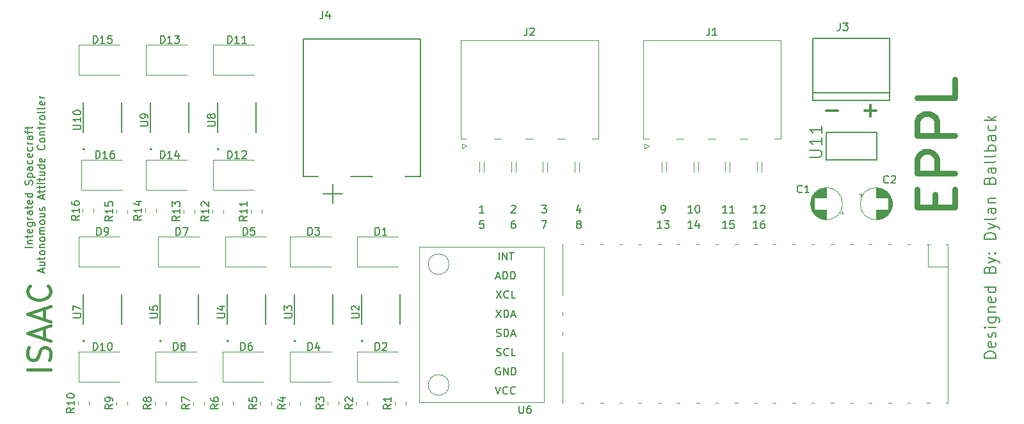
<source format=gbr>
G04 #@! TF.GenerationSoftware,KiCad,Pcbnew,(5.1.10-1-10_14)*
G04 #@! TF.CreationDate,2021-11-10T20:03:13-05:00*
G04 #@! TF.ProjectId,ISAAC_V2,49534141-435f-4563-922e-6b696361645f,rev?*
G04 #@! TF.SameCoordinates,Original*
G04 #@! TF.FileFunction,Legend,Top*
G04 #@! TF.FilePolarity,Positive*
%FSLAX46Y46*%
G04 Gerber Fmt 4.6, Leading zero omitted, Abs format (unit mm)*
G04 Created by KiCad (PCBNEW (5.1.10-1-10_14)) date 2021-11-10 20:03:13*
%MOMM*%
%LPD*%
G01*
G04 APERTURE LIST*
%ADD10C,0.150000*%
%ADD11C,0.300000*%
%ADD12C,0.750000*%
%ADD13C,0.400000*%
%ADD14C,0.120000*%
%ADD15C,0.127000*%
%ADD16C,0.200000*%
%ADD17C,0.152400*%
G04 APERTURE END LIST*
D10*
X206057523Y-98496380D02*
X205486095Y-98496380D01*
X205771809Y-98496380D02*
X205771809Y-97496380D01*
X205676571Y-97639238D01*
X205581333Y-97734476D01*
X205486095Y-97782095D01*
X206914666Y-97496380D02*
X206724190Y-97496380D01*
X206628952Y-97544000D01*
X206581333Y-97591619D01*
X206486095Y-97734476D01*
X206438476Y-97924952D01*
X206438476Y-98305904D01*
X206486095Y-98401142D01*
X206533714Y-98448761D01*
X206628952Y-98496380D01*
X206819428Y-98496380D01*
X206914666Y-98448761D01*
X206962285Y-98401142D01*
X207009904Y-98305904D01*
X207009904Y-98067809D01*
X206962285Y-97972571D01*
X206914666Y-97924952D01*
X206819428Y-97877333D01*
X206628952Y-97877333D01*
X206533714Y-97924952D01*
X206486095Y-97972571D01*
X206438476Y-98067809D01*
X201993523Y-98496380D02*
X201422095Y-98496380D01*
X201707809Y-98496380D02*
X201707809Y-97496380D01*
X201612571Y-97639238D01*
X201517333Y-97734476D01*
X201422095Y-97782095D01*
X202898285Y-97496380D02*
X202422095Y-97496380D01*
X202374476Y-97972571D01*
X202422095Y-97924952D01*
X202517333Y-97877333D01*
X202755428Y-97877333D01*
X202850666Y-97924952D01*
X202898285Y-97972571D01*
X202945904Y-98067809D01*
X202945904Y-98305904D01*
X202898285Y-98401142D01*
X202850666Y-98448761D01*
X202755428Y-98496380D01*
X202517333Y-98496380D01*
X202422095Y-98448761D01*
X202374476Y-98401142D01*
X197421523Y-98496380D02*
X196850095Y-98496380D01*
X197135809Y-98496380D02*
X197135809Y-97496380D01*
X197040571Y-97639238D01*
X196945333Y-97734476D01*
X196850095Y-97782095D01*
X198278666Y-97829714D02*
X198278666Y-98496380D01*
X198040571Y-97448761D02*
X197802476Y-98163047D01*
X198421523Y-98163047D01*
X193357523Y-98496380D02*
X192786095Y-98496380D01*
X193071809Y-98496380D02*
X193071809Y-97496380D01*
X192976571Y-97639238D01*
X192881333Y-97734476D01*
X192786095Y-97782095D01*
X193690857Y-97496380D02*
X194309904Y-97496380D01*
X193976571Y-97877333D01*
X194119428Y-97877333D01*
X194214666Y-97924952D01*
X194262285Y-97972571D01*
X194309904Y-98067809D01*
X194309904Y-98305904D01*
X194262285Y-98401142D01*
X194214666Y-98448761D01*
X194119428Y-98496380D01*
X193833714Y-98496380D01*
X193738476Y-98448761D01*
X193690857Y-98401142D01*
D11*
X215138095Y-82946857D02*
X216661904Y-82946857D01*
X220218095Y-82946857D02*
X221741904Y-82946857D01*
X220980000Y-83708761D02*
X220980000Y-82184952D01*
D10*
X206057523Y-96464380D02*
X205486095Y-96464380D01*
X205771809Y-96464380D02*
X205771809Y-95464380D01*
X205676571Y-95607238D01*
X205581333Y-95702476D01*
X205486095Y-95750095D01*
X206438476Y-95559619D02*
X206486095Y-95512000D01*
X206581333Y-95464380D01*
X206819428Y-95464380D01*
X206914666Y-95512000D01*
X206962285Y-95559619D01*
X207009904Y-95654857D01*
X207009904Y-95750095D01*
X206962285Y-95892952D01*
X206390857Y-96464380D01*
X207009904Y-96464380D01*
X201993523Y-96464380D02*
X201422095Y-96464380D01*
X201707809Y-96464380D02*
X201707809Y-95464380D01*
X201612571Y-95607238D01*
X201517333Y-95702476D01*
X201422095Y-95750095D01*
X202945904Y-96464380D02*
X202374476Y-96464380D01*
X202660190Y-96464380D02*
X202660190Y-95464380D01*
X202564952Y-95607238D01*
X202469714Y-95702476D01*
X202374476Y-95750095D01*
X197421523Y-96464380D02*
X196850095Y-96464380D01*
X197135809Y-96464380D02*
X197135809Y-95464380D01*
X197040571Y-95607238D01*
X196945333Y-95702476D01*
X196850095Y-95750095D01*
X198040571Y-95464380D02*
X198135809Y-95464380D01*
X198231047Y-95512000D01*
X198278666Y-95559619D01*
X198326285Y-95654857D01*
X198373904Y-95845333D01*
X198373904Y-96083428D01*
X198326285Y-96273904D01*
X198278666Y-96369142D01*
X198231047Y-96416761D01*
X198135809Y-96464380D01*
X198040571Y-96464380D01*
X197945333Y-96416761D01*
X197897714Y-96369142D01*
X197850095Y-96273904D01*
X197802476Y-96083428D01*
X197802476Y-95845333D01*
X197850095Y-95654857D01*
X197897714Y-95559619D01*
X197945333Y-95512000D01*
X198040571Y-95464380D01*
X193357523Y-96464380D02*
X193548000Y-96464380D01*
X193643238Y-96416761D01*
X193690857Y-96369142D01*
X193786095Y-96226285D01*
X193833714Y-96035809D01*
X193833714Y-95654857D01*
X193786095Y-95559619D01*
X193738476Y-95512000D01*
X193643238Y-95464380D01*
X193452761Y-95464380D01*
X193357523Y-95512000D01*
X193309904Y-95559619D01*
X193262285Y-95654857D01*
X193262285Y-95892952D01*
X193309904Y-95988190D01*
X193357523Y-96035809D01*
X193452761Y-96083428D01*
X193643238Y-96083428D01*
X193738476Y-96035809D01*
X193786095Y-95988190D01*
X193833714Y-95892952D01*
X182276761Y-97924952D02*
X182181523Y-97877333D01*
X182133904Y-97829714D01*
X182086285Y-97734476D01*
X182086285Y-97686857D01*
X182133904Y-97591619D01*
X182181523Y-97544000D01*
X182276761Y-97496380D01*
X182467238Y-97496380D01*
X182562476Y-97544000D01*
X182610095Y-97591619D01*
X182657714Y-97686857D01*
X182657714Y-97734476D01*
X182610095Y-97829714D01*
X182562476Y-97877333D01*
X182467238Y-97924952D01*
X182276761Y-97924952D01*
X182181523Y-97972571D01*
X182133904Y-98020190D01*
X182086285Y-98115428D01*
X182086285Y-98305904D01*
X182133904Y-98401142D01*
X182181523Y-98448761D01*
X182276761Y-98496380D01*
X182467238Y-98496380D01*
X182562476Y-98448761D01*
X182610095Y-98401142D01*
X182657714Y-98305904D01*
X182657714Y-98115428D01*
X182610095Y-98020190D01*
X182562476Y-97972571D01*
X182467238Y-97924952D01*
X177466666Y-97496380D02*
X178133333Y-97496380D01*
X177704761Y-98496380D01*
X173926476Y-97496380D02*
X173736000Y-97496380D01*
X173640761Y-97544000D01*
X173593142Y-97591619D01*
X173497904Y-97734476D01*
X173450285Y-97924952D01*
X173450285Y-98305904D01*
X173497904Y-98401142D01*
X173545523Y-98448761D01*
X173640761Y-98496380D01*
X173831238Y-98496380D01*
X173926476Y-98448761D01*
X173974095Y-98401142D01*
X174021714Y-98305904D01*
X174021714Y-98067809D01*
X173974095Y-97972571D01*
X173926476Y-97924952D01*
X173831238Y-97877333D01*
X173640761Y-97877333D01*
X173545523Y-97924952D01*
X173497904Y-97972571D01*
X173450285Y-98067809D01*
X182562476Y-95797714D02*
X182562476Y-96464380D01*
X182324380Y-95416761D02*
X182086285Y-96131047D01*
X182705333Y-96131047D01*
X177466666Y-95464380D02*
X178085714Y-95464380D01*
X177752380Y-95845333D01*
X177895238Y-95845333D01*
X177990476Y-95892952D01*
X178038095Y-95940571D01*
X178085714Y-96035809D01*
X178085714Y-96273904D01*
X178038095Y-96369142D01*
X177990476Y-96416761D01*
X177895238Y-96464380D01*
X177609523Y-96464380D01*
X177514285Y-96416761D01*
X177466666Y-96369142D01*
X173450285Y-95559619D02*
X173497904Y-95512000D01*
X173593142Y-95464380D01*
X173831238Y-95464380D01*
X173926476Y-95512000D01*
X173974095Y-95559619D01*
X174021714Y-95654857D01*
X174021714Y-95750095D01*
X173974095Y-95892952D01*
X173402666Y-96464380D01*
X174021714Y-96464380D01*
X169783095Y-97496380D02*
X169306904Y-97496380D01*
X169259285Y-97972571D01*
X169306904Y-97924952D01*
X169402142Y-97877333D01*
X169640238Y-97877333D01*
X169735476Y-97924952D01*
X169783095Y-97972571D01*
X169830714Y-98067809D01*
X169830714Y-98305904D01*
X169783095Y-98401142D01*
X169735476Y-98448761D01*
X169640238Y-98496380D01*
X169402142Y-98496380D01*
X169306904Y-98448761D01*
X169259285Y-98401142D01*
X169830714Y-96464380D02*
X169259285Y-96464380D01*
X169545000Y-96464380D02*
X169545000Y-95464380D01*
X169449761Y-95607238D01*
X169354523Y-95702476D01*
X169259285Y-95750095D01*
D12*
X229512857Y-95725238D02*
X229512857Y-94058571D01*
X232131904Y-93344285D02*
X232131904Y-95725238D01*
X227131904Y-95725238D01*
X227131904Y-93344285D01*
X232131904Y-91201428D02*
X227131904Y-91201428D01*
X227131904Y-89296666D01*
X227370000Y-88820476D01*
X227608095Y-88582380D01*
X228084285Y-88344285D01*
X228798571Y-88344285D01*
X229274761Y-88582380D01*
X229512857Y-88820476D01*
X229750952Y-89296666D01*
X229750952Y-91201428D01*
X232131904Y-86201428D02*
X227131904Y-86201428D01*
X227131904Y-84296666D01*
X227370000Y-83820476D01*
X227608095Y-83582380D01*
X228084285Y-83344285D01*
X228798571Y-83344285D01*
X229274761Y-83582380D01*
X229512857Y-83820476D01*
X229750952Y-84296666D01*
X229750952Y-86201428D01*
X232131904Y-78820476D02*
X232131904Y-81201428D01*
X227131904Y-81201428D01*
D10*
X237533571Y-115659285D02*
X236033571Y-115659285D01*
X236033571Y-115302142D01*
X236105000Y-115087857D01*
X236247857Y-114945000D01*
X236390714Y-114873571D01*
X236676428Y-114802142D01*
X236890714Y-114802142D01*
X237176428Y-114873571D01*
X237319285Y-114945000D01*
X237462142Y-115087857D01*
X237533571Y-115302142D01*
X237533571Y-115659285D01*
X237462142Y-113587857D02*
X237533571Y-113730714D01*
X237533571Y-114016428D01*
X237462142Y-114159285D01*
X237319285Y-114230714D01*
X236747857Y-114230714D01*
X236605000Y-114159285D01*
X236533571Y-114016428D01*
X236533571Y-113730714D01*
X236605000Y-113587857D01*
X236747857Y-113516428D01*
X236890714Y-113516428D01*
X237033571Y-114230714D01*
X237462142Y-112945000D02*
X237533571Y-112802142D01*
X237533571Y-112516428D01*
X237462142Y-112373571D01*
X237319285Y-112302142D01*
X237247857Y-112302142D01*
X237105000Y-112373571D01*
X237033571Y-112516428D01*
X237033571Y-112730714D01*
X236962142Y-112873571D01*
X236819285Y-112945000D01*
X236747857Y-112945000D01*
X236605000Y-112873571D01*
X236533571Y-112730714D01*
X236533571Y-112516428D01*
X236605000Y-112373571D01*
X237533571Y-111659285D02*
X236533571Y-111659285D01*
X236033571Y-111659285D02*
X236105000Y-111730714D01*
X236176428Y-111659285D01*
X236105000Y-111587857D01*
X236033571Y-111659285D01*
X236176428Y-111659285D01*
X236533571Y-110302142D02*
X237747857Y-110302142D01*
X237890714Y-110373571D01*
X237962142Y-110445000D01*
X238033571Y-110587857D01*
X238033571Y-110802142D01*
X237962142Y-110945000D01*
X237462142Y-110302142D02*
X237533571Y-110445000D01*
X237533571Y-110730714D01*
X237462142Y-110873571D01*
X237390714Y-110945000D01*
X237247857Y-111016428D01*
X236819285Y-111016428D01*
X236676428Y-110945000D01*
X236605000Y-110873571D01*
X236533571Y-110730714D01*
X236533571Y-110445000D01*
X236605000Y-110302142D01*
X236533571Y-109587857D02*
X237533571Y-109587857D01*
X236676428Y-109587857D02*
X236605000Y-109516428D01*
X236533571Y-109373571D01*
X236533571Y-109159285D01*
X236605000Y-109016428D01*
X236747857Y-108945000D01*
X237533571Y-108945000D01*
X237462142Y-107659285D02*
X237533571Y-107802142D01*
X237533571Y-108087857D01*
X237462142Y-108230714D01*
X237319285Y-108302142D01*
X236747857Y-108302142D01*
X236605000Y-108230714D01*
X236533571Y-108087857D01*
X236533571Y-107802142D01*
X236605000Y-107659285D01*
X236747857Y-107587857D01*
X236890714Y-107587857D01*
X237033571Y-108302142D01*
X237533571Y-106302142D02*
X236033571Y-106302142D01*
X237462142Y-106302142D02*
X237533571Y-106445000D01*
X237533571Y-106730714D01*
X237462142Y-106873571D01*
X237390714Y-106945000D01*
X237247857Y-107016428D01*
X236819285Y-107016428D01*
X236676428Y-106945000D01*
X236605000Y-106873571D01*
X236533571Y-106730714D01*
X236533571Y-106445000D01*
X236605000Y-106302142D01*
X236747857Y-103945000D02*
X236819285Y-103730714D01*
X236890714Y-103659285D01*
X237033571Y-103587857D01*
X237247857Y-103587857D01*
X237390714Y-103659285D01*
X237462142Y-103730714D01*
X237533571Y-103873571D01*
X237533571Y-104445000D01*
X236033571Y-104445000D01*
X236033571Y-103945000D01*
X236105000Y-103802142D01*
X236176428Y-103730714D01*
X236319285Y-103659285D01*
X236462142Y-103659285D01*
X236605000Y-103730714D01*
X236676428Y-103802142D01*
X236747857Y-103945000D01*
X236747857Y-104445000D01*
X236533571Y-103087857D02*
X237533571Y-102730714D01*
X236533571Y-102373571D02*
X237533571Y-102730714D01*
X237890714Y-102873571D01*
X237962142Y-102945000D01*
X238033571Y-103087857D01*
X237390714Y-101802142D02*
X237462142Y-101730714D01*
X237533571Y-101802142D01*
X237462142Y-101873571D01*
X237390714Y-101802142D01*
X237533571Y-101802142D01*
X236605000Y-101802142D02*
X236676428Y-101730714D01*
X236747857Y-101802142D01*
X236676428Y-101873571D01*
X236605000Y-101802142D01*
X236747857Y-101802142D01*
X237533571Y-99945000D02*
X236033571Y-99945000D01*
X236033571Y-99587857D01*
X236105000Y-99373571D01*
X236247857Y-99230714D01*
X236390714Y-99159285D01*
X236676428Y-99087857D01*
X236890714Y-99087857D01*
X237176428Y-99159285D01*
X237319285Y-99230714D01*
X237462142Y-99373571D01*
X237533571Y-99587857D01*
X237533571Y-99945000D01*
X236533571Y-98587857D02*
X237533571Y-98230714D01*
X236533571Y-97873571D02*
X237533571Y-98230714D01*
X237890714Y-98373571D01*
X237962142Y-98445000D01*
X238033571Y-98587857D01*
X237533571Y-97087857D02*
X237462142Y-97230714D01*
X237319285Y-97302142D01*
X236033571Y-97302142D01*
X237533571Y-95873571D02*
X236747857Y-95873571D01*
X236605000Y-95945000D01*
X236533571Y-96087857D01*
X236533571Y-96373571D01*
X236605000Y-96516428D01*
X237462142Y-95873571D02*
X237533571Y-96016428D01*
X237533571Y-96373571D01*
X237462142Y-96516428D01*
X237319285Y-96587857D01*
X237176428Y-96587857D01*
X237033571Y-96516428D01*
X236962142Y-96373571D01*
X236962142Y-96016428D01*
X236890714Y-95873571D01*
X236533571Y-95159285D02*
X237533571Y-95159285D01*
X236676428Y-95159285D02*
X236605000Y-95087857D01*
X236533571Y-94945000D01*
X236533571Y-94730714D01*
X236605000Y-94587857D01*
X236747857Y-94516428D01*
X237533571Y-94516428D01*
X236747857Y-92159285D02*
X236819285Y-91945000D01*
X236890714Y-91873571D01*
X237033571Y-91802142D01*
X237247857Y-91802142D01*
X237390714Y-91873571D01*
X237462142Y-91945000D01*
X237533571Y-92087857D01*
X237533571Y-92659285D01*
X236033571Y-92659285D01*
X236033571Y-92159285D01*
X236105000Y-92016428D01*
X236176428Y-91945000D01*
X236319285Y-91873571D01*
X236462142Y-91873571D01*
X236605000Y-91945000D01*
X236676428Y-92016428D01*
X236747857Y-92159285D01*
X236747857Y-92659285D01*
X237533571Y-90516428D02*
X236747857Y-90516428D01*
X236605000Y-90587857D01*
X236533571Y-90730714D01*
X236533571Y-91016428D01*
X236605000Y-91159285D01*
X237462142Y-90516428D02*
X237533571Y-90659285D01*
X237533571Y-91016428D01*
X237462142Y-91159285D01*
X237319285Y-91230714D01*
X237176428Y-91230714D01*
X237033571Y-91159285D01*
X236962142Y-91016428D01*
X236962142Y-90659285D01*
X236890714Y-90516428D01*
X237533571Y-89587857D02*
X237462142Y-89730714D01*
X237319285Y-89802142D01*
X236033571Y-89802142D01*
X237533571Y-88802142D02*
X237462142Y-88945000D01*
X237319285Y-89016428D01*
X236033571Y-89016428D01*
X237533571Y-88230714D02*
X236033571Y-88230714D01*
X236605000Y-88230714D02*
X236533571Y-88087857D01*
X236533571Y-87802142D01*
X236605000Y-87659285D01*
X236676428Y-87587857D01*
X236819285Y-87516428D01*
X237247857Y-87516428D01*
X237390714Y-87587857D01*
X237462142Y-87659285D01*
X237533571Y-87802142D01*
X237533571Y-88087857D01*
X237462142Y-88230714D01*
X237533571Y-86230714D02*
X236747857Y-86230714D01*
X236605000Y-86302142D01*
X236533571Y-86445000D01*
X236533571Y-86730714D01*
X236605000Y-86873571D01*
X237462142Y-86230714D02*
X237533571Y-86373571D01*
X237533571Y-86730714D01*
X237462142Y-86873571D01*
X237319285Y-86945000D01*
X237176428Y-86945000D01*
X237033571Y-86873571D01*
X236962142Y-86730714D01*
X236962142Y-86373571D01*
X236890714Y-86230714D01*
X237462142Y-84873571D02*
X237533571Y-85016428D01*
X237533571Y-85302142D01*
X237462142Y-85445000D01*
X237390714Y-85516428D01*
X237247857Y-85587857D01*
X236819285Y-85587857D01*
X236676428Y-85516428D01*
X236605000Y-85445000D01*
X236533571Y-85302142D01*
X236533571Y-85016428D01*
X236605000Y-84873571D01*
X237533571Y-84230714D02*
X236033571Y-84230714D01*
X236962142Y-84087857D02*
X237533571Y-83659285D01*
X236533571Y-83659285D02*
X237105000Y-84230714D01*
X110117380Y-101019523D02*
X109117380Y-101019523D01*
X109450714Y-100543333D02*
X110117380Y-100543333D01*
X109545952Y-100543333D02*
X109498333Y-100495714D01*
X109450714Y-100400476D01*
X109450714Y-100257619D01*
X109498333Y-100162380D01*
X109593571Y-100114761D01*
X110117380Y-100114761D01*
X109450714Y-99781428D02*
X109450714Y-99400476D01*
X109117380Y-99638571D02*
X109974523Y-99638571D01*
X110069761Y-99590952D01*
X110117380Y-99495714D01*
X110117380Y-99400476D01*
X110069761Y-98686190D02*
X110117380Y-98781428D01*
X110117380Y-98971904D01*
X110069761Y-99067142D01*
X109974523Y-99114761D01*
X109593571Y-99114761D01*
X109498333Y-99067142D01*
X109450714Y-98971904D01*
X109450714Y-98781428D01*
X109498333Y-98686190D01*
X109593571Y-98638571D01*
X109688809Y-98638571D01*
X109784047Y-99114761D01*
X109450714Y-97781428D02*
X110260238Y-97781428D01*
X110355476Y-97829047D01*
X110403095Y-97876666D01*
X110450714Y-97971904D01*
X110450714Y-98114761D01*
X110403095Y-98210000D01*
X110069761Y-97781428D02*
X110117380Y-97876666D01*
X110117380Y-98067142D01*
X110069761Y-98162380D01*
X110022142Y-98210000D01*
X109926904Y-98257619D01*
X109641190Y-98257619D01*
X109545952Y-98210000D01*
X109498333Y-98162380D01*
X109450714Y-98067142D01*
X109450714Y-97876666D01*
X109498333Y-97781428D01*
X110117380Y-97305238D02*
X109450714Y-97305238D01*
X109641190Y-97305238D02*
X109545952Y-97257619D01*
X109498333Y-97210000D01*
X109450714Y-97114761D01*
X109450714Y-97019523D01*
X110117380Y-96257619D02*
X109593571Y-96257619D01*
X109498333Y-96305238D01*
X109450714Y-96400476D01*
X109450714Y-96590952D01*
X109498333Y-96686190D01*
X110069761Y-96257619D02*
X110117380Y-96352857D01*
X110117380Y-96590952D01*
X110069761Y-96686190D01*
X109974523Y-96733809D01*
X109879285Y-96733809D01*
X109784047Y-96686190D01*
X109736428Y-96590952D01*
X109736428Y-96352857D01*
X109688809Y-96257619D01*
X109450714Y-95924285D02*
X109450714Y-95543333D01*
X109117380Y-95781428D02*
X109974523Y-95781428D01*
X110069761Y-95733809D01*
X110117380Y-95638571D01*
X110117380Y-95543333D01*
X110069761Y-94829047D02*
X110117380Y-94924285D01*
X110117380Y-95114761D01*
X110069761Y-95210000D01*
X109974523Y-95257619D01*
X109593571Y-95257619D01*
X109498333Y-95210000D01*
X109450714Y-95114761D01*
X109450714Y-94924285D01*
X109498333Y-94829047D01*
X109593571Y-94781428D01*
X109688809Y-94781428D01*
X109784047Y-95257619D01*
X110117380Y-93924285D02*
X109117380Y-93924285D01*
X110069761Y-93924285D02*
X110117380Y-94019523D01*
X110117380Y-94210000D01*
X110069761Y-94305238D01*
X110022142Y-94352857D01*
X109926904Y-94400476D01*
X109641190Y-94400476D01*
X109545952Y-94352857D01*
X109498333Y-94305238D01*
X109450714Y-94210000D01*
X109450714Y-94019523D01*
X109498333Y-93924285D01*
X110069761Y-92733809D02*
X110117380Y-92590952D01*
X110117380Y-92352857D01*
X110069761Y-92257619D01*
X110022142Y-92210000D01*
X109926904Y-92162380D01*
X109831666Y-92162380D01*
X109736428Y-92210000D01*
X109688809Y-92257619D01*
X109641190Y-92352857D01*
X109593571Y-92543333D01*
X109545952Y-92638571D01*
X109498333Y-92686190D01*
X109403095Y-92733809D01*
X109307857Y-92733809D01*
X109212619Y-92686190D01*
X109165000Y-92638571D01*
X109117380Y-92543333D01*
X109117380Y-92305238D01*
X109165000Y-92162380D01*
X109450714Y-91733809D02*
X110450714Y-91733809D01*
X109498333Y-91733809D02*
X109450714Y-91638571D01*
X109450714Y-91448095D01*
X109498333Y-91352857D01*
X109545952Y-91305238D01*
X109641190Y-91257619D01*
X109926904Y-91257619D01*
X110022142Y-91305238D01*
X110069761Y-91352857D01*
X110117380Y-91448095D01*
X110117380Y-91638571D01*
X110069761Y-91733809D01*
X110117380Y-90400476D02*
X109593571Y-90400476D01*
X109498333Y-90448095D01*
X109450714Y-90543333D01*
X109450714Y-90733809D01*
X109498333Y-90829047D01*
X110069761Y-90400476D02*
X110117380Y-90495714D01*
X110117380Y-90733809D01*
X110069761Y-90829047D01*
X109974523Y-90876666D01*
X109879285Y-90876666D01*
X109784047Y-90829047D01*
X109736428Y-90733809D01*
X109736428Y-90495714D01*
X109688809Y-90400476D01*
X110069761Y-89495714D02*
X110117380Y-89590952D01*
X110117380Y-89781428D01*
X110069761Y-89876666D01*
X110022142Y-89924285D01*
X109926904Y-89971904D01*
X109641190Y-89971904D01*
X109545952Y-89924285D01*
X109498333Y-89876666D01*
X109450714Y-89781428D01*
X109450714Y-89590952D01*
X109498333Y-89495714D01*
X110069761Y-88686190D02*
X110117380Y-88781428D01*
X110117380Y-88971904D01*
X110069761Y-89067142D01*
X109974523Y-89114761D01*
X109593571Y-89114761D01*
X109498333Y-89067142D01*
X109450714Y-88971904D01*
X109450714Y-88781428D01*
X109498333Y-88686190D01*
X109593571Y-88638571D01*
X109688809Y-88638571D01*
X109784047Y-89114761D01*
X110069761Y-87781428D02*
X110117380Y-87876666D01*
X110117380Y-88067142D01*
X110069761Y-88162380D01*
X110022142Y-88210000D01*
X109926904Y-88257619D01*
X109641190Y-88257619D01*
X109545952Y-88210000D01*
X109498333Y-88162380D01*
X109450714Y-88067142D01*
X109450714Y-87876666D01*
X109498333Y-87781428D01*
X110117380Y-87352857D02*
X109450714Y-87352857D01*
X109641190Y-87352857D02*
X109545952Y-87305238D01*
X109498333Y-87257619D01*
X109450714Y-87162380D01*
X109450714Y-87067142D01*
X110117380Y-86305238D02*
X109593571Y-86305238D01*
X109498333Y-86352857D01*
X109450714Y-86448095D01*
X109450714Y-86638571D01*
X109498333Y-86733809D01*
X110069761Y-86305238D02*
X110117380Y-86400476D01*
X110117380Y-86638571D01*
X110069761Y-86733809D01*
X109974523Y-86781428D01*
X109879285Y-86781428D01*
X109784047Y-86733809D01*
X109736428Y-86638571D01*
X109736428Y-86400476D01*
X109688809Y-86305238D01*
X109450714Y-85971904D02*
X109450714Y-85590952D01*
X110117380Y-85829047D02*
X109260238Y-85829047D01*
X109165000Y-85781428D01*
X109117380Y-85686190D01*
X109117380Y-85590952D01*
X109450714Y-85400476D02*
X109450714Y-85019523D01*
X109117380Y-85257619D02*
X109974523Y-85257619D01*
X110069761Y-85210000D01*
X110117380Y-85114761D01*
X110117380Y-85019523D01*
X111481666Y-104352857D02*
X111481666Y-103876666D01*
X111767380Y-104448095D02*
X110767380Y-104114761D01*
X111767380Y-103781428D01*
X111100714Y-103019523D02*
X111767380Y-103019523D01*
X111100714Y-103448095D02*
X111624523Y-103448095D01*
X111719761Y-103400476D01*
X111767380Y-103305238D01*
X111767380Y-103162380D01*
X111719761Y-103067142D01*
X111672142Y-103019523D01*
X111100714Y-102686190D02*
X111100714Y-102305238D01*
X110767380Y-102543333D02*
X111624523Y-102543333D01*
X111719761Y-102495714D01*
X111767380Y-102400476D01*
X111767380Y-102305238D01*
X111767380Y-101829047D02*
X111719761Y-101924285D01*
X111672142Y-101971904D01*
X111576904Y-102019523D01*
X111291190Y-102019523D01*
X111195952Y-101971904D01*
X111148333Y-101924285D01*
X111100714Y-101829047D01*
X111100714Y-101686190D01*
X111148333Y-101590952D01*
X111195952Y-101543333D01*
X111291190Y-101495714D01*
X111576904Y-101495714D01*
X111672142Y-101543333D01*
X111719761Y-101590952D01*
X111767380Y-101686190D01*
X111767380Y-101829047D01*
X111100714Y-101067142D02*
X111767380Y-101067142D01*
X111195952Y-101067142D02*
X111148333Y-101019523D01*
X111100714Y-100924285D01*
X111100714Y-100781428D01*
X111148333Y-100686190D01*
X111243571Y-100638571D01*
X111767380Y-100638571D01*
X111767380Y-100019523D02*
X111719761Y-100114761D01*
X111672142Y-100162380D01*
X111576904Y-100210000D01*
X111291190Y-100210000D01*
X111195952Y-100162380D01*
X111148333Y-100114761D01*
X111100714Y-100019523D01*
X111100714Y-99876666D01*
X111148333Y-99781428D01*
X111195952Y-99733809D01*
X111291190Y-99686190D01*
X111576904Y-99686190D01*
X111672142Y-99733809D01*
X111719761Y-99781428D01*
X111767380Y-99876666D01*
X111767380Y-100019523D01*
X111767380Y-99257619D02*
X111100714Y-99257619D01*
X111195952Y-99257619D02*
X111148333Y-99210000D01*
X111100714Y-99114761D01*
X111100714Y-98971904D01*
X111148333Y-98876666D01*
X111243571Y-98829047D01*
X111767380Y-98829047D01*
X111243571Y-98829047D02*
X111148333Y-98781428D01*
X111100714Y-98686190D01*
X111100714Y-98543333D01*
X111148333Y-98448095D01*
X111243571Y-98400476D01*
X111767380Y-98400476D01*
X111767380Y-97781428D02*
X111719761Y-97876666D01*
X111672142Y-97924285D01*
X111576904Y-97971904D01*
X111291190Y-97971904D01*
X111195952Y-97924285D01*
X111148333Y-97876666D01*
X111100714Y-97781428D01*
X111100714Y-97638571D01*
X111148333Y-97543333D01*
X111195952Y-97495714D01*
X111291190Y-97448095D01*
X111576904Y-97448095D01*
X111672142Y-97495714D01*
X111719761Y-97543333D01*
X111767380Y-97638571D01*
X111767380Y-97781428D01*
X111100714Y-96590952D02*
X111767380Y-96590952D01*
X111100714Y-97019523D02*
X111624523Y-97019523D01*
X111719761Y-96971904D01*
X111767380Y-96876666D01*
X111767380Y-96733809D01*
X111719761Y-96638571D01*
X111672142Y-96590952D01*
X111719761Y-96162380D02*
X111767380Y-96067142D01*
X111767380Y-95876666D01*
X111719761Y-95781428D01*
X111624523Y-95733809D01*
X111576904Y-95733809D01*
X111481666Y-95781428D01*
X111434047Y-95876666D01*
X111434047Y-96019523D01*
X111386428Y-96114761D01*
X111291190Y-96162380D01*
X111243571Y-96162380D01*
X111148333Y-96114761D01*
X111100714Y-96019523D01*
X111100714Y-95876666D01*
X111148333Y-95781428D01*
X111481666Y-94590952D02*
X111481666Y-94114761D01*
X111767380Y-94686190D02*
X110767380Y-94352857D01*
X111767380Y-94019523D01*
X111100714Y-93829047D02*
X111100714Y-93448095D01*
X110767380Y-93686190D02*
X111624523Y-93686190D01*
X111719761Y-93638571D01*
X111767380Y-93543333D01*
X111767380Y-93448095D01*
X111100714Y-93257619D02*
X111100714Y-92876666D01*
X110767380Y-93114761D02*
X111624523Y-93114761D01*
X111719761Y-93067142D01*
X111767380Y-92971904D01*
X111767380Y-92876666D01*
X111767380Y-92543333D02*
X111100714Y-92543333D01*
X110767380Y-92543333D02*
X110815000Y-92590952D01*
X110862619Y-92543333D01*
X110815000Y-92495714D01*
X110767380Y-92543333D01*
X110862619Y-92543333D01*
X111100714Y-92210000D02*
X111100714Y-91829047D01*
X110767380Y-92067142D02*
X111624523Y-92067142D01*
X111719761Y-92019523D01*
X111767380Y-91924285D01*
X111767380Y-91829047D01*
X111100714Y-91067142D02*
X111767380Y-91067142D01*
X111100714Y-91495714D02*
X111624523Y-91495714D01*
X111719761Y-91448095D01*
X111767380Y-91352857D01*
X111767380Y-91210000D01*
X111719761Y-91114761D01*
X111672142Y-91067142D01*
X111767380Y-90162380D02*
X110767380Y-90162380D01*
X111719761Y-90162380D02*
X111767380Y-90257619D01*
X111767380Y-90448095D01*
X111719761Y-90543333D01*
X111672142Y-90590952D01*
X111576904Y-90638571D01*
X111291190Y-90638571D01*
X111195952Y-90590952D01*
X111148333Y-90543333D01*
X111100714Y-90448095D01*
X111100714Y-90257619D01*
X111148333Y-90162380D01*
X111719761Y-89305238D02*
X111767380Y-89400476D01*
X111767380Y-89590952D01*
X111719761Y-89686190D01*
X111624523Y-89733809D01*
X111243571Y-89733809D01*
X111148333Y-89686190D01*
X111100714Y-89590952D01*
X111100714Y-89400476D01*
X111148333Y-89305238D01*
X111243571Y-89257619D01*
X111338809Y-89257619D01*
X111434047Y-89733809D01*
X111672142Y-87495714D02*
X111719761Y-87543333D01*
X111767380Y-87686190D01*
X111767380Y-87781428D01*
X111719761Y-87924285D01*
X111624523Y-88019523D01*
X111529285Y-88067142D01*
X111338809Y-88114761D01*
X111195952Y-88114761D01*
X111005476Y-88067142D01*
X110910238Y-88019523D01*
X110815000Y-87924285D01*
X110767380Y-87781428D01*
X110767380Y-87686190D01*
X110815000Y-87543333D01*
X110862619Y-87495714D01*
X111767380Y-86924285D02*
X111719761Y-87019523D01*
X111672142Y-87067142D01*
X111576904Y-87114761D01*
X111291190Y-87114761D01*
X111195952Y-87067142D01*
X111148333Y-87019523D01*
X111100714Y-86924285D01*
X111100714Y-86781428D01*
X111148333Y-86686190D01*
X111195952Y-86638571D01*
X111291190Y-86590952D01*
X111576904Y-86590952D01*
X111672142Y-86638571D01*
X111719761Y-86686190D01*
X111767380Y-86781428D01*
X111767380Y-86924285D01*
X111100714Y-86162380D02*
X111767380Y-86162380D01*
X111195952Y-86162380D02*
X111148333Y-86114761D01*
X111100714Y-86019523D01*
X111100714Y-85876666D01*
X111148333Y-85781428D01*
X111243571Y-85733809D01*
X111767380Y-85733809D01*
X111100714Y-85400476D02*
X111100714Y-85019523D01*
X110767380Y-85257619D02*
X111624523Y-85257619D01*
X111719761Y-85210000D01*
X111767380Y-85114761D01*
X111767380Y-85019523D01*
X111767380Y-84686190D02*
X111100714Y-84686190D01*
X111291190Y-84686190D02*
X111195952Y-84638571D01*
X111148333Y-84590952D01*
X111100714Y-84495714D01*
X111100714Y-84400476D01*
X111767380Y-83924285D02*
X111719761Y-84019523D01*
X111672142Y-84067142D01*
X111576904Y-84114761D01*
X111291190Y-84114761D01*
X111195952Y-84067142D01*
X111148333Y-84019523D01*
X111100714Y-83924285D01*
X111100714Y-83781428D01*
X111148333Y-83686190D01*
X111195952Y-83638571D01*
X111291190Y-83590952D01*
X111576904Y-83590952D01*
X111672142Y-83638571D01*
X111719761Y-83686190D01*
X111767380Y-83781428D01*
X111767380Y-83924285D01*
X111767380Y-83019523D02*
X111719761Y-83114761D01*
X111624523Y-83162380D01*
X110767380Y-83162380D01*
X111767380Y-82495714D02*
X111719761Y-82590952D01*
X111624523Y-82638571D01*
X110767380Y-82638571D01*
X111719761Y-81733809D02*
X111767380Y-81829047D01*
X111767380Y-82019523D01*
X111719761Y-82114761D01*
X111624523Y-82162380D01*
X111243571Y-82162380D01*
X111148333Y-82114761D01*
X111100714Y-82019523D01*
X111100714Y-81829047D01*
X111148333Y-81733809D01*
X111243571Y-81686190D01*
X111338809Y-81686190D01*
X111434047Y-82162380D01*
X111767380Y-81257619D02*
X111100714Y-81257619D01*
X111291190Y-81257619D02*
X111195952Y-81210000D01*
X111148333Y-81162380D01*
X111100714Y-81067142D01*
X111100714Y-80971904D01*
D13*
X112482142Y-117260000D02*
X109482142Y-117260000D01*
X112339285Y-115974285D02*
X112482142Y-115545714D01*
X112482142Y-114831428D01*
X112339285Y-114545714D01*
X112196428Y-114402857D01*
X111910714Y-114260000D01*
X111625000Y-114260000D01*
X111339285Y-114402857D01*
X111196428Y-114545714D01*
X111053571Y-114831428D01*
X110910714Y-115402857D01*
X110767857Y-115688571D01*
X110625000Y-115831428D01*
X110339285Y-115974285D01*
X110053571Y-115974285D01*
X109767857Y-115831428D01*
X109625000Y-115688571D01*
X109482142Y-115402857D01*
X109482142Y-114688571D01*
X109625000Y-114260000D01*
X111625000Y-113117142D02*
X111625000Y-111688571D01*
X112482142Y-113402857D02*
X109482142Y-112402857D01*
X112482142Y-111402857D01*
X111625000Y-110545714D02*
X111625000Y-109117142D01*
X112482142Y-110831428D02*
X109482142Y-109831428D01*
X112482142Y-108831428D01*
X112196428Y-106117142D02*
X112339285Y-106260000D01*
X112482142Y-106688571D01*
X112482142Y-106974285D01*
X112339285Y-107402857D01*
X112053571Y-107688571D01*
X111767857Y-107831428D01*
X111196428Y-107974285D01*
X110767857Y-107974285D01*
X110196428Y-107831428D01*
X109910714Y-107688571D01*
X109625000Y-107402857D01*
X109482142Y-106974285D01*
X109482142Y-106688571D01*
X109625000Y-106260000D01*
X109767857Y-106117142D01*
D14*
X217270000Y-95250000D02*
G75*
G03*
X217270000Y-95250000I-2120000J0D01*
G01*
X215150000Y-94410000D02*
X215150000Y-93170000D01*
X215150000Y-97330000D02*
X215150000Y-96090000D01*
X215110000Y-94410000D02*
X215110000Y-93170000D01*
X215110000Y-97330000D02*
X215110000Y-96090000D01*
X215070000Y-94410000D02*
X215070000Y-93171000D01*
X215070000Y-97329000D02*
X215070000Y-96090000D01*
X215030000Y-97327000D02*
X215030000Y-96090000D01*
X215030000Y-94410000D02*
X215030000Y-93173000D01*
X214990000Y-97324000D02*
X214990000Y-96090000D01*
X214990000Y-94410000D02*
X214990000Y-93176000D01*
X214950000Y-97321000D02*
X214950000Y-96090000D01*
X214950000Y-94410000D02*
X214950000Y-93179000D01*
X214910000Y-97317000D02*
X214910000Y-96090000D01*
X214910000Y-94410000D02*
X214910000Y-93183000D01*
X214870000Y-97312000D02*
X214870000Y-96090000D01*
X214870000Y-94410000D02*
X214870000Y-93188000D01*
X214830000Y-97306000D02*
X214830000Y-96090000D01*
X214830000Y-94410000D02*
X214830000Y-93194000D01*
X214790000Y-97300000D02*
X214790000Y-96090000D01*
X214790000Y-94410000D02*
X214790000Y-93200000D01*
X214750000Y-97292000D02*
X214750000Y-96090000D01*
X214750000Y-94410000D02*
X214750000Y-93208000D01*
X214710000Y-97284000D02*
X214710000Y-96090000D01*
X214710000Y-94410000D02*
X214710000Y-93216000D01*
X214670000Y-97275000D02*
X214670000Y-96090000D01*
X214670000Y-94410000D02*
X214670000Y-93225000D01*
X214630000Y-97266000D02*
X214630000Y-96090000D01*
X214630000Y-94410000D02*
X214630000Y-93234000D01*
X214590000Y-97255000D02*
X214590000Y-96090000D01*
X214590000Y-94410000D02*
X214590000Y-93245000D01*
X214550000Y-97244000D02*
X214550000Y-96090000D01*
X214550000Y-94410000D02*
X214550000Y-93256000D01*
X214510000Y-97232000D02*
X214510000Y-96090000D01*
X214510000Y-94410000D02*
X214510000Y-93268000D01*
X214470000Y-97218000D02*
X214470000Y-96090000D01*
X214470000Y-94410000D02*
X214470000Y-93282000D01*
X214429000Y-97204000D02*
X214429000Y-96090000D01*
X214429000Y-94410000D02*
X214429000Y-93296000D01*
X214389000Y-97190000D02*
X214389000Y-96090000D01*
X214389000Y-94410000D02*
X214389000Y-93310000D01*
X214349000Y-97174000D02*
X214349000Y-96090000D01*
X214349000Y-94410000D02*
X214349000Y-93326000D01*
X214309000Y-97157000D02*
X214309000Y-96090000D01*
X214309000Y-94410000D02*
X214309000Y-93343000D01*
X214269000Y-97139000D02*
X214269000Y-96090000D01*
X214269000Y-94410000D02*
X214269000Y-93361000D01*
X214229000Y-97120000D02*
X214229000Y-96090000D01*
X214229000Y-94410000D02*
X214229000Y-93380000D01*
X214189000Y-97101000D02*
X214189000Y-96090000D01*
X214189000Y-94410000D02*
X214189000Y-93399000D01*
X214149000Y-97080000D02*
X214149000Y-96090000D01*
X214149000Y-94410000D02*
X214149000Y-93420000D01*
X214109000Y-97058000D02*
X214109000Y-96090000D01*
X214109000Y-94410000D02*
X214109000Y-93442000D01*
X214069000Y-97035000D02*
X214069000Y-96090000D01*
X214069000Y-94410000D02*
X214069000Y-93465000D01*
X214029000Y-97010000D02*
X214029000Y-96090000D01*
X214029000Y-94410000D02*
X214029000Y-93490000D01*
X213989000Y-96985000D02*
X213989000Y-96090000D01*
X213989000Y-94410000D02*
X213989000Y-93515000D01*
X213949000Y-96958000D02*
X213949000Y-96090000D01*
X213949000Y-94410000D02*
X213949000Y-93542000D01*
X213909000Y-96930000D02*
X213909000Y-96090000D01*
X213909000Y-94410000D02*
X213909000Y-93570000D01*
X213869000Y-96900000D02*
X213869000Y-96090000D01*
X213869000Y-94410000D02*
X213869000Y-93600000D01*
X213829000Y-96869000D02*
X213829000Y-96090000D01*
X213829000Y-94410000D02*
X213829000Y-93631000D01*
X213789000Y-96837000D02*
X213789000Y-96090000D01*
X213789000Y-94410000D02*
X213789000Y-93663000D01*
X213749000Y-96802000D02*
X213749000Y-96090000D01*
X213749000Y-94410000D02*
X213749000Y-93698000D01*
X213709000Y-96766000D02*
X213709000Y-96090000D01*
X213709000Y-94410000D02*
X213709000Y-93734000D01*
X213669000Y-96728000D02*
X213669000Y-96090000D01*
X213669000Y-94410000D02*
X213669000Y-93772000D01*
X213629000Y-96688000D02*
X213629000Y-96090000D01*
X213629000Y-94410000D02*
X213629000Y-93812000D01*
X213589000Y-96646000D02*
X213589000Y-96090000D01*
X213589000Y-94410000D02*
X213589000Y-93854000D01*
X213549000Y-96601000D02*
X213549000Y-93899000D01*
X213509000Y-96554000D02*
X213509000Y-93946000D01*
X213469000Y-96504000D02*
X213469000Y-93996000D01*
X213429000Y-96450000D02*
X213429000Y-94050000D01*
X213389000Y-96392000D02*
X213389000Y-94108000D01*
X213349000Y-96330000D02*
X213349000Y-94170000D01*
X213309000Y-96263000D02*
X213309000Y-94237000D01*
X213269000Y-96190000D02*
X213269000Y-94310000D01*
X213229000Y-96109000D02*
X213229000Y-94391000D01*
X213189000Y-96018000D02*
X213189000Y-94482000D01*
X213149000Y-95914000D02*
X213149000Y-94586000D01*
X213109000Y-95787000D02*
X213109000Y-94713000D01*
X213069000Y-95620000D02*
X213069000Y-94880000D01*
X217419801Y-96445000D02*
X217019801Y-96445000D01*
X217219801Y-96645000D02*
X217219801Y-96245000D01*
X219660199Y-93855000D02*
X219660199Y-94255000D01*
X219460199Y-94055000D02*
X219860199Y-94055000D01*
X223811000Y-94880000D02*
X223811000Y-95620000D01*
X223771000Y-94713000D02*
X223771000Y-95787000D01*
X223731000Y-94586000D02*
X223731000Y-95914000D01*
X223691000Y-94482000D02*
X223691000Y-96018000D01*
X223651000Y-94391000D02*
X223651000Y-96109000D01*
X223611000Y-94310000D02*
X223611000Y-96190000D01*
X223571000Y-94237000D02*
X223571000Y-96263000D01*
X223531000Y-94170000D02*
X223531000Y-96330000D01*
X223491000Y-94108000D02*
X223491000Y-96392000D01*
X223451000Y-94050000D02*
X223451000Y-96450000D01*
X223411000Y-93996000D02*
X223411000Y-96504000D01*
X223371000Y-93946000D02*
X223371000Y-96554000D01*
X223331000Y-93899000D02*
X223331000Y-96601000D01*
X223291000Y-96090000D02*
X223291000Y-96646000D01*
X223291000Y-93854000D02*
X223291000Y-94410000D01*
X223251000Y-96090000D02*
X223251000Y-96688000D01*
X223251000Y-93812000D02*
X223251000Y-94410000D01*
X223211000Y-96090000D02*
X223211000Y-96728000D01*
X223211000Y-93772000D02*
X223211000Y-94410000D01*
X223171000Y-96090000D02*
X223171000Y-96766000D01*
X223171000Y-93734000D02*
X223171000Y-94410000D01*
X223131000Y-96090000D02*
X223131000Y-96802000D01*
X223131000Y-93698000D02*
X223131000Y-94410000D01*
X223091000Y-96090000D02*
X223091000Y-96837000D01*
X223091000Y-93663000D02*
X223091000Y-94410000D01*
X223051000Y-96090000D02*
X223051000Y-96869000D01*
X223051000Y-93631000D02*
X223051000Y-94410000D01*
X223011000Y-96090000D02*
X223011000Y-96900000D01*
X223011000Y-93600000D02*
X223011000Y-94410000D01*
X222971000Y-96090000D02*
X222971000Y-96930000D01*
X222971000Y-93570000D02*
X222971000Y-94410000D01*
X222931000Y-96090000D02*
X222931000Y-96958000D01*
X222931000Y-93542000D02*
X222931000Y-94410000D01*
X222891000Y-96090000D02*
X222891000Y-96985000D01*
X222891000Y-93515000D02*
X222891000Y-94410000D01*
X222851000Y-96090000D02*
X222851000Y-97010000D01*
X222851000Y-93490000D02*
X222851000Y-94410000D01*
X222811000Y-96090000D02*
X222811000Y-97035000D01*
X222811000Y-93465000D02*
X222811000Y-94410000D01*
X222771000Y-96090000D02*
X222771000Y-97058000D01*
X222771000Y-93442000D02*
X222771000Y-94410000D01*
X222731000Y-96090000D02*
X222731000Y-97080000D01*
X222731000Y-93420000D02*
X222731000Y-94410000D01*
X222691000Y-96090000D02*
X222691000Y-97101000D01*
X222691000Y-93399000D02*
X222691000Y-94410000D01*
X222651000Y-96090000D02*
X222651000Y-97120000D01*
X222651000Y-93380000D02*
X222651000Y-94410000D01*
X222611000Y-96090000D02*
X222611000Y-97139000D01*
X222611000Y-93361000D02*
X222611000Y-94410000D01*
X222571000Y-96090000D02*
X222571000Y-97157000D01*
X222571000Y-93343000D02*
X222571000Y-94410000D01*
X222531000Y-96090000D02*
X222531000Y-97174000D01*
X222531000Y-93326000D02*
X222531000Y-94410000D01*
X222491000Y-96090000D02*
X222491000Y-97190000D01*
X222491000Y-93310000D02*
X222491000Y-94410000D01*
X222451000Y-96090000D02*
X222451000Y-97204000D01*
X222451000Y-93296000D02*
X222451000Y-94410000D01*
X222410000Y-96090000D02*
X222410000Y-97218000D01*
X222410000Y-93282000D02*
X222410000Y-94410000D01*
X222370000Y-96090000D02*
X222370000Y-97232000D01*
X222370000Y-93268000D02*
X222370000Y-94410000D01*
X222330000Y-96090000D02*
X222330000Y-97244000D01*
X222330000Y-93256000D02*
X222330000Y-94410000D01*
X222290000Y-96090000D02*
X222290000Y-97255000D01*
X222290000Y-93245000D02*
X222290000Y-94410000D01*
X222250000Y-96090000D02*
X222250000Y-97266000D01*
X222250000Y-93234000D02*
X222250000Y-94410000D01*
X222210000Y-96090000D02*
X222210000Y-97275000D01*
X222210000Y-93225000D02*
X222210000Y-94410000D01*
X222170000Y-96090000D02*
X222170000Y-97284000D01*
X222170000Y-93216000D02*
X222170000Y-94410000D01*
X222130000Y-96090000D02*
X222130000Y-97292000D01*
X222130000Y-93208000D02*
X222130000Y-94410000D01*
X222090000Y-96090000D02*
X222090000Y-97300000D01*
X222090000Y-93200000D02*
X222090000Y-94410000D01*
X222050000Y-96090000D02*
X222050000Y-97306000D01*
X222050000Y-93194000D02*
X222050000Y-94410000D01*
X222010000Y-96090000D02*
X222010000Y-97312000D01*
X222010000Y-93188000D02*
X222010000Y-94410000D01*
X221970000Y-96090000D02*
X221970000Y-97317000D01*
X221970000Y-93183000D02*
X221970000Y-94410000D01*
X221930000Y-96090000D02*
X221930000Y-97321000D01*
X221930000Y-93179000D02*
X221930000Y-94410000D01*
X221890000Y-96090000D02*
X221890000Y-97324000D01*
X221890000Y-93176000D02*
X221890000Y-94410000D01*
X221850000Y-96090000D02*
X221850000Y-97327000D01*
X221850000Y-93173000D02*
X221850000Y-94410000D01*
X221810000Y-93171000D02*
X221810000Y-94410000D01*
X221810000Y-96090000D02*
X221810000Y-97329000D01*
X221770000Y-93170000D02*
X221770000Y-94410000D01*
X221770000Y-96090000D02*
X221770000Y-97330000D01*
X221730000Y-93170000D02*
X221730000Y-94410000D01*
X221730000Y-96090000D02*
X221730000Y-97330000D01*
X223850000Y-95250000D02*
G75*
G03*
X223850000Y-95250000I-2120000J0D01*
G01*
X153075000Y-103560000D02*
X158460000Y-103560000D01*
X153075000Y-99640000D02*
X153075000Y-103560000D01*
X158460000Y-99640000D02*
X153075000Y-99640000D01*
X158460000Y-114880000D02*
X153075000Y-114880000D01*
X153075000Y-114880000D02*
X153075000Y-118800000D01*
X153075000Y-118800000D02*
X158460000Y-118800000D01*
X144185000Y-103560000D02*
X149570000Y-103560000D01*
X144185000Y-99640000D02*
X144185000Y-103560000D01*
X149570000Y-99640000D02*
X144185000Y-99640000D01*
X149570000Y-114880000D02*
X144185000Y-114880000D01*
X144185000Y-114880000D02*
X144185000Y-118800000D01*
X144185000Y-118800000D02*
X149570000Y-118800000D01*
X135610000Y-103560000D02*
X140995000Y-103560000D01*
X135610000Y-99640000D02*
X135610000Y-103560000D01*
X140995000Y-99640000D02*
X135610000Y-99640000D01*
X140680000Y-114880000D02*
X135295000Y-114880000D01*
X135295000Y-114880000D02*
X135295000Y-118800000D01*
X135295000Y-118800000D02*
X140680000Y-118800000D01*
X126720000Y-103560000D02*
X132105000Y-103560000D01*
X126720000Y-99640000D02*
X126720000Y-103560000D01*
X132105000Y-99640000D02*
X126720000Y-99640000D01*
X131790000Y-114880000D02*
X126405000Y-114880000D01*
X126405000Y-114880000D02*
X126405000Y-118800000D01*
X126405000Y-118800000D02*
X131790000Y-118800000D01*
X116245000Y-103560000D02*
X121630000Y-103560000D01*
X116245000Y-99640000D02*
X116245000Y-103560000D01*
X121630000Y-99640000D02*
X116245000Y-99640000D01*
X121630000Y-114880000D02*
X116245000Y-114880000D01*
X116245000Y-114880000D02*
X116245000Y-118800000D01*
X116245000Y-118800000D02*
X121630000Y-118800000D01*
X134025000Y-78160000D02*
X139410000Y-78160000D01*
X134025000Y-74240000D02*
X134025000Y-78160000D01*
X139410000Y-74240000D02*
X134025000Y-74240000D01*
X139410000Y-89480000D02*
X134025000Y-89480000D01*
X134025000Y-89480000D02*
X134025000Y-93400000D01*
X134025000Y-93400000D02*
X139410000Y-93400000D01*
X125135000Y-78160000D02*
X130520000Y-78160000D01*
X125135000Y-74240000D02*
X125135000Y-78160000D01*
X130520000Y-74240000D02*
X125135000Y-74240000D01*
X130520000Y-89480000D02*
X125135000Y-89480000D01*
X125135000Y-89480000D02*
X125135000Y-93400000D01*
X125135000Y-93400000D02*
X130520000Y-93400000D01*
X116245000Y-78160000D02*
X121630000Y-78160000D01*
X116245000Y-74240000D02*
X116245000Y-78160000D01*
X121630000Y-74240000D02*
X116245000Y-74240000D01*
X121945000Y-89480000D02*
X116560000Y-89480000D01*
X116560000Y-89480000D02*
X116560000Y-93400000D01*
X116560000Y-93400000D02*
X121945000Y-93400000D01*
X191675000Y-86640000D02*
X190865000Y-86640000D01*
X190865000Y-86640000D02*
X190865000Y-73620000D01*
X190865000Y-73620000D02*
X199975000Y-73620000D01*
X208275000Y-86640000D02*
X209085000Y-86640000D01*
X209085000Y-86640000D02*
X209085000Y-73620000D01*
X209085000Y-73620000D02*
X199975000Y-73620000D01*
X193375000Y-89740000D02*
X193375000Y-91020000D01*
X193975000Y-89740000D02*
X193975000Y-91020000D01*
X197575000Y-89740000D02*
X197575000Y-91020000D01*
X198175000Y-89740000D02*
X198175000Y-91020000D01*
X201775000Y-89740000D02*
X201775000Y-91020000D01*
X202375000Y-89740000D02*
X202375000Y-91020000D01*
X205975000Y-89740000D02*
X205975000Y-91020000D01*
X206575000Y-89740000D02*
X206575000Y-91020000D01*
X195285000Y-86630000D02*
X196265000Y-86630000D01*
X199485000Y-86630000D02*
X200465000Y-86630000D01*
X203685000Y-86630000D02*
X204665000Y-86630000D01*
X191675000Y-87630000D02*
X191075000Y-87930000D01*
X191075000Y-87930000D02*
X191075000Y-87330000D01*
X191075000Y-87330000D02*
X191675000Y-87630000D01*
X166945000Y-87330000D02*
X167545000Y-87630000D01*
X166945000Y-87930000D02*
X166945000Y-87330000D01*
X167545000Y-87630000D02*
X166945000Y-87930000D01*
X179555000Y-86630000D02*
X180535000Y-86630000D01*
X175355000Y-86630000D02*
X176335000Y-86630000D01*
X171155000Y-86630000D02*
X172135000Y-86630000D01*
X182445000Y-89740000D02*
X182445000Y-91020000D01*
X181845000Y-89740000D02*
X181845000Y-91020000D01*
X178245000Y-89740000D02*
X178245000Y-91020000D01*
X177645000Y-89740000D02*
X177645000Y-91020000D01*
X174045000Y-89740000D02*
X174045000Y-91020000D01*
X173445000Y-89740000D02*
X173445000Y-91020000D01*
X169845000Y-89740000D02*
X169845000Y-91020000D01*
X169245000Y-89740000D02*
X169245000Y-91020000D01*
X184955000Y-73620000D02*
X175845000Y-73620000D01*
X184955000Y-86640000D02*
X184955000Y-73620000D01*
X184145000Y-86640000D02*
X184955000Y-86640000D01*
X166735000Y-73620000D02*
X175845000Y-73620000D01*
X166735000Y-86640000D02*
X166735000Y-73620000D01*
X167545000Y-86640000D02*
X166735000Y-86640000D01*
D15*
X213360000Y-80570000D02*
X223520000Y-80570000D01*
X213360000Y-80570000D02*
X213360000Y-73370000D01*
X213360000Y-81570000D02*
X213360000Y-80570000D01*
X223520000Y-81570000D02*
X213360000Y-81570000D01*
X223520000Y-80570000D02*
X223520000Y-81570000D01*
X223520000Y-73370000D02*
X223520000Y-80570000D01*
X213360000Y-73370000D02*
X223520000Y-73370000D01*
X149860000Y-93980000D02*
X149860000Y-92710000D01*
X148590000Y-93980000D02*
X149860000Y-93980000D01*
X149860000Y-93980000D02*
X149860000Y-95250000D01*
X151130000Y-93980000D02*
X149860000Y-93980000D01*
X161420000Y-73470000D02*
X145920000Y-73470000D01*
X161420000Y-91670000D02*
X161420000Y-73470000D01*
X145920000Y-73470000D02*
X145920000Y-91670000D01*
X152248000Y-91670000D02*
X155092000Y-91670000D01*
X161420000Y-91670000D02*
X159448000Y-91670000D01*
X145920000Y-91670000D02*
X147892000Y-91670000D01*
D14*
X159485000Y-121877064D02*
X159485000Y-121422936D01*
X158015000Y-121877064D02*
X158015000Y-121422936D01*
X154405000Y-121877064D02*
X154405000Y-121422936D01*
X152935000Y-121877064D02*
X152935000Y-121422936D01*
X149125000Y-121877064D02*
X149125000Y-121422936D01*
X150595000Y-121877064D02*
X150595000Y-121422936D01*
X144045000Y-121877064D02*
X144045000Y-121422936D01*
X145515000Y-121877064D02*
X145515000Y-121422936D01*
X141705000Y-121877064D02*
X141705000Y-121422936D01*
X140235000Y-121877064D02*
X140235000Y-121422936D01*
X136625000Y-121877064D02*
X136625000Y-121422936D01*
X135155000Y-121877064D02*
X135155000Y-121422936D01*
X131345000Y-121877064D02*
X131345000Y-121422936D01*
X132815000Y-121877064D02*
X132815000Y-121422936D01*
X127735000Y-121877064D02*
X127735000Y-121422936D01*
X126265000Y-121877064D02*
X126265000Y-121422936D01*
X121185000Y-121877064D02*
X121185000Y-121422936D01*
X122655000Y-121877064D02*
X122655000Y-121422936D01*
X116105000Y-121877064D02*
X116105000Y-121422936D01*
X117575000Y-121877064D02*
X117575000Y-121422936D01*
X140435000Y-96477064D02*
X140435000Y-96022936D01*
X138965000Y-96477064D02*
X138965000Y-96022936D01*
X133885000Y-96477064D02*
X133885000Y-96022936D01*
X135355000Y-96477064D02*
X135355000Y-96022936D01*
X130075000Y-96477064D02*
X130075000Y-96022936D01*
X131545000Y-96477064D02*
X131545000Y-96022936D01*
X126465000Y-96382064D02*
X126465000Y-95927936D01*
X124995000Y-96382064D02*
X124995000Y-95927936D01*
X122655000Y-96477064D02*
X122655000Y-96022936D01*
X121185000Y-96477064D02*
X121185000Y-96022936D01*
X116740000Y-96382064D02*
X116740000Y-95927936D01*
X118210000Y-96382064D02*
X118210000Y-95927936D01*
D15*
X158730000Y-111170000D02*
X158730000Y-107270000D01*
X153690000Y-111170000D02*
X153690000Y-107270000D01*
D16*
X153815000Y-113425000D02*
G75*
G03*
X153815000Y-113425000I-100000J0D01*
G01*
D15*
X149840000Y-111170000D02*
X149840000Y-107270000D01*
X144800000Y-111170000D02*
X144800000Y-107270000D01*
D16*
X144925000Y-113425000D02*
G75*
G03*
X144925000Y-113425000I-100000J0D01*
G01*
X136035000Y-113425000D02*
G75*
G03*
X136035000Y-113425000I-100000J0D01*
G01*
D15*
X135910000Y-111170000D02*
X135910000Y-107270000D01*
X140950000Y-111170000D02*
X140950000Y-107270000D01*
D16*
X127145000Y-113425000D02*
G75*
G03*
X127145000Y-113425000I-100000J0D01*
G01*
D15*
X127020000Y-111170000D02*
X127020000Y-107270000D01*
X132060000Y-111170000D02*
X132060000Y-107270000D01*
D14*
X165197832Y-119253000D02*
G75*
G03*
X165197832Y-119253000I-1367832J0D01*
G01*
X165197832Y-103251000D02*
G75*
G03*
X165197832Y-103251000I-1367832J0D01*
G01*
X177800000Y-100965000D02*
X177800000Y-121539000D01*
X161290000Y-100965000D02*
X177800000Y-100965000D01*
X161290000Y-121539000D02*
X161290000Y-100965000D01*
X177800000Y-121539000D02*
X161290000Y-121539000D01*
D15*
X121900000Y-111170000D02*
X121900000Y-107270000D01*
X116860000Y-111170000D02*
X116860000Y-107270000D01*
D16*
X116985000Y-113425000D02*
G75*
G03*
X116985000Y-113425000I-100000J0D01*
G01*
X134765000Y-88025000D02*
G75*
G03*
X134765000Y-88025000I-100000J0D01*
G01*
D15*
X134640000Y-85770000D02*
X134640000Y-81870000D01*
X139680000Y-85770000D02*
X139680000Y-81870000D01*
X130790000Y-85770000D02*
X130790000Y-81870000D01*
X125750000Y-85770000D02*
X125750000Y-81870000D01*
D16*
X125875000Y-88025000D02*
G75*
G03*
X125875000Y-88025000I-100000J0D01*
G01*
X116985000Y-88025000D02*
G75*
G03*
X116985000Y-88025000I-100000J0D01*
G01*
D15*
X116860000Y-85770000D02*
X116860000Y-81870000D01*
X121900000Y-85770000D02*
X121900000Y-81870000D01*
D17*
X215087200Y-89484200D02*
X221792800Y-89484200D01*
X215087200Y-85775800D02*
X215087200Y-89484200D01*
X221792800Y-85775800D02*
X215087200Y-85775800D01*
X221792800Y-89484200D02*
X221792800Y-85775800D01*
D14*
X231240000Y-100625000D02*
X231240000Y-121625000D01*
X180240000Y-107425000D02*
X180240000Y-100625000D01*
X228573000Y-100625000D02*
X228573000Y-103632000D01*
X228573000Y-103632000D02*
X231240000Y-103632000D01*
X231240000Y-100625000D02*
X230940000Y-100625000D01*
X228840000Y-100625000D02*
X228440000Y-100625000D01*
X226240000Y-100625000D02*
X225840000Y-100625000D01*
X223740000Y-100625000D02*
X223340000Y-100625000D01*
X221140000Y-100625000D02*
X220740000Y-100625000D01*
X218640000Y-100625000D02*
X218240000Y-100625000D01*
X216140000Y-100625000D02*
X215740000Y-100625000D01*
X213540000Y-100625000D02*
X213140000Y-100625000D01*
X211040000Y-100625000D02*
X210640000Y-100625000D01*
X208440000Y-100625000D02*
X208040000Y-100625000D01*
X205940000Y-100625000D02*
X205540000Y-100625000D01*
X203440000Y-100625000D02*
X203040000Y-100625000D01*
X200840000Y-100625000D02*
X200440000Y-100625000D01*
X198340000Y-100625000D02*
X197940000Y-100625000D01*
X195740000Y-100625000D02*
X195340000Y-100625000D01*
X193240000Y-100625000D02*
X192840000Y-100625000D01*
X190640000Y-100625000D02*
X190240000Y-100625000D01*
X188140000Y-100625000D02*
X187740000Y-100625000D01*
X185640000Y-100625000D02*
X185240000Y-100625000D01*
X183040000Y-100625000D02*
X182640000Y-100625000D01*
X216140000Y-121625000D02*
X215740000Y-121625000D01*
X211040000Y-121625000D02*
X210640000Y-121625000D01*
X203440000Y-121625000D02*
X203040000Y-121625000D01*
X195740000Y-121625000D02*
X195340000Y-121625000D01*
X226240000Y-121625000D02*
X225840000Y-121625000D01*
X228840000Y-121625000D02*
X228440000Y-121625000D01*
X221140000Y-121625000D02*
X220740000Y-121625000D01*
X188140000Y-121625000D02*
X187740000Y-121625000D01*
X183040000Y-121625000D02*
X182640000Y-121625000D01*
X185640000Y-121625000D02*
X185240000Y-121625000D01*
X200840000Y-121625000D02*
X200440000Y-121625000D01*
X205940000Y-121625000D02*
X205540000Y-121625000D01*
X218640000Y-121625000D02*
X218240000Y-121625000D01*
X213540000Y-121625000D02*
X213140000Y-121625000D01*
X193240000Y-121625000D02*
X192840000Y-121625000D01*
X208440000Y-121625000D02*
X208040000Y-121625000D01*
X231240000Y-121625000D02*
X230940000Y-121625000D01*
X223740000Y-121625000D02*
X223340000Y-121625000D01*
X198340000Y-121625000D02*
X197940000Y-121625000D01*
X190640000Y-121625000D02*
X190240000Y-121625000D01*
X180240000Y-121625000D02*
X180240000Y-114825000D01*
X180240000Y-109625000D02*
X180240000Y-110025000D01*
X180240000Y-112225000D02*
X180240000Y-112625000D01*
D10*
X211923333Y-93702142D02*
X211875714Y-93749761D01*
X211732857Y-93797380D01*
X211637619Y-93797380D01*
X211494761Y-93749761D01*
X211399523Y-93654523D01*
X211351904Y-93559285D01*
X211304285Y-93368809D01*
X211304285Y-93225952D01*
X211351904Y-93035476D01*
X211399523Y-92940238D01*
X211494761Y-92845000D01*
X211637619Y-92797380D01*
X211732857Y-92797380D01*
X211875714Y-92845000D01*
X211923333Y-92892619D01*
X212875714Y-93797380D02*
X212304285Y-93797380D01*
X212590000Y-93797380D02*
X212590000Y-92797380D01*
X212494761Y-92940238D01*
X212399523Y-93035476D01*
X212304285Y-93083095D01*
X223353333Y-92432142D02*
X223305714Y-92479761D01*
X223162857Y-92527380D01*
X223067619Y-92527380D01*
X222924761Y-92479761D01*
X222829523Y-92384523D01*
X222781904Y-92289285D01*
X222734285Y-92098809D01*
X222734285Y-91955952D01*
X222781904Y-91765476D01*
X222829523Y-91670238D01*
X222924761Y-91575000D01*
X223067619Y-91527380D01*
X223162857Y-91527380D01*
X223305714Y-91575000D01*
X223353333Y-91622619D01*
X223734285Y-91622619D02*
X223781904Y-91575000D01*
X223877142Y-91527380D01*
X224115238Y-91527380D01*
X224210476Y-91575000D01*
X224258095Y-91622619D01*
X224305714Y-91717857D01*
X224305714Y-91813095D01*
X224258095Y-91955952D01*
X223686666Y-92527380D01*
X224305714Y-92527380D01*
X155471904Y-99402380D02*
X155471904Y-98402380D01*
X155710000Y-98402380D01*
X155852857Y-98450000D01*
X155948095Y-98545238D01*
X155995714Y-98640476D01*
X156043333Y-98830952D01*
X156043333Y-98973809D01*
X155995714Y-99164285D01*
X155948095Y-99259523D01*
X155852857Y-99354761D01*
X155710000Y-99402380D01*
X155471904Y-99402380D01*
X156995714Y-99402380D02*
X156424285Y-99402380D01*
X156710000Y-99402380D02*
X156710000Y-98402380D01*
X156614761Y-98545238D01*
X156519523Y-98640476D01*
X156424285Y-98688095D01*
X155471904Y-114642380D02*
X155471904Y-113642380D01*
X155710000Y-113642380D01*
X155852857Y-113690000D01*
X155948095Y-113785238D01*
X155995714Y-113880476D01*
X156043333Y-114070952D01*
X156043333Y-114213809D01*
X155995714Y-114404285D01*
X155948095Y-114499523D01*
X155852857Y-114594761D01*
X155710000Y-114642380D01*
X155471904Y-114642380D01*
X156424285Y-113737619D02*
X156471904Y-113690000D01*
X156567142Y-113642380D01*
X156805238Y-113642380D01*
X156900476Y-113690000D01*
X156948095Y-113737619D01*
X156995714Y-113832857D01*
X156995714Y-113928095D01*
X156948095Y-114070952D01*
X156376666Y-114642380D01*
X156995714Y-114642380D01*
X146581904Y-99402380D02*
X146581904Y-98402380D01*
X146820000Y-98402380D01*
X146962857Y-98450000D01*
X147058095Y-98545238D01*
X147105714Y-98640476D01*
X147153333Y-98830952D01*
X147153333Y-98973809D01*
X147105714Y-99164285D01*
X147058095Y-99259523D01*
X146962857Y-99354761D01*
X146820000Y-99402380D01*
X146581904Y-99402380D01*
X147486666Y-98402380D02*
X148105714Y-98402380D01*
X147772380Y-98783333D01*
X147915238Y-98783333D01*
X148010476Y-98830952D01*
X148058095Y-98878571D01*
X148105714Y-98973809D01*
X148105714Y-99211904D01*
X148058095Y-99307142D01*
X148010476Y-99354761D01*
X147915238Y-99402380D01*
X147629523Y-99402380D01*
X147534285Y-99354761D01*
X147486666Y-99307142D01*
X146581904Y-114642380D02*
X146581904Y-113642380D01*
X146820000Y-113642380D01*
X146962857Y-113690000D01*
X147058095Y-113785238D01*
X147105714Y-113880476D01*
X147153333Y-114070952D01*
X147153333Y-114213809D01*
X147105714Y-114404285D01*
X147058095Y-114499523D01*
X146962857Y-114594761D01*
X146820000Y-114642380D01*
X146581904Y-114642380D01*
X148010476Y-113975714D02*
X148010476Y-114642380D01*
X147772380Y-113594761D02*
X147534285Y-114309047D01*
X148153333Y-114309047D01*
X138006904Y-99402380D02*
X138006904Y-98402380D01*
X138245000Y-98402380D01*
X138387857Y-98450000D01*
X138483095Y-98545238D01*
X138530714Y-98640476D01*
X138578333Y-98830952D01*
X138578333Y-98973809D01*
X138530714Y-99164285D01*
X138483095Y-99259523D01*
X138387857Y-99354761D01*
X138245000Y-99402380D01*
X138006904Y-99402380D01*
X139483095Y-98402380D02*
X139006904Y-98402380D01*
X138959285Y-98878571D01*
X139006904Y-98830952D01*
X139102142Y-98783333D01*
X139340238Y-98783333D01*
X139435476Y-98830952D01*
X139483095Y-98878571D01*
X139530714Y-98973809D01*
X139530714Y-99211904D01*
X139483095Y-99307142D01*
X139435476Y-99354761D01*
X139340238Y-99402380D01*
X139102142Y-99402380D01*
X139006904Y-99354761D01*
X138959285Y-99307142D01*
X137691904Y-114642380D02*
X137691904Y-113642380D01*
X137930000Y-113642380D01*
X138072857Y-113690000D01*
X138168095Y-113785238D01*
X138215714Y-113880476D01*
X138263333Y-114070952D01*
X138263333Y-114213809D01*
X138215714Y-114404285D01*
X138168095Y-114499523D01*
X138072857Y-114594761D01*
X137930000Y-114642380D01*
X137691904Y-114642380D01*
X139120476Y-113642380D02*
X138930000Y-113642380D01*
X138834761Y-113690000D01*
X138787142Y-113737619D01*
X138691904Y-113880476D01*
X138644285Y-114070952D01*
X138644285Y-114451904D01*
X138691904Y-114547142D01*
X138739523Y-114594761D01*
X138834761Y-114642380D01*
X139025238Y-114642380D01*
X139120476Y-114594761D01*
X139168095Y-114547142D01*
X139215714Y-114451904D01*
X139215714Y-114213809D01*
X139168095Y-114118571D01*
X139120476Y-114070952D01*
X139025238Y-114023333D01*
X138834761Y-114023333D01*
X138739523Y-114070952D01*
X138691904Y-114118571D01*
X138644285Y-114213809D01*
X129116904Y-99402380D02*
X129116904Y-98402380D01*
X129355000Y-98402380D01*
X129497857Y-98450000D01*
X129593095Y-98545238D01*
X129640714Y-98640476D01*
X129688333Y-98830952D01*
X129688333Y-98973809D01*
X129640714Y-99164285D01*
X129593095Y-99259523D01*
X129497857Y-99354761D01*
X129355000Y-99402380D01*
X129116904Y-99402380D01*
X130021666Y-98402380D02*
X130688333Y-98402380D01*
X130259761Y-99402380D01*
X128801904Y-114642380D02*
X128801904Y-113642380D01*
X129040000Y-113642380D01*
X129182857Y-113690000D01*
X129278095Y-113785238D01*
X129325714Y-113880476D01*
X129373333Y-114070952D01*
X129373333Y-114213809D01*
X129325714Y-114404285D01*
X129278095Y-114499523D01*
X129182857Y-114594761D01*
X129040000Y-114642380D01*
X128801904Y-114642380D01*
X129944761Y-114070952D02*
X129849523Y-114023333D01*
X129801904Y-113975714D01*
X129754285Y-113880476D01*
X129754285Y-113832857D01*
X129801904Y-113737619D01*
X129849523Y-113690000D01*
X129944761Y-113642380D01*
X130135238Y-113642380D01*
X130230476Y-113690000D01*
X130278095Y-113737619D01*
X130325714Y-113832857D01*
X130325714Y-113880476D01*
X130278095Y-113975714D01*
X130230476Y-114023333D01*
X130135238Y-114070952D01*
X129944761Y-114070952D01*
X129849523Y-114118571D01*
X129801904Y-114166190D01*
X129754285Y-114261428D01*
X129754285Y-114451904D01*
X129801904Y-114547142D01*
X129849523Y-114594761D01*
X129944761Y-114642380D01*
X130135238Y-114642380D01*
X130230476Y-114594761D01*
X130278095Y-114547142D01*
X130325714Y-114451904D01*
X130325714Y-114261428D01*
X130278095Y-114166190D01*
X130230476Y-114118571D01*
X130135238Y-114070952D01*
X118641904Y-99402380D02*
X118641904Y-98402380D01*
X118880000Y-98402380D01*
X119022857Y-98450000D01*
X119118095Y-98545238D01*
X119165714Y-98640476D01*
X119213333Y-98830952D01*
X119213333Y-98973809D01*
X119165714Y-99164285D01*
X119118095Y-99259523D01*
X119022857Y-99354761D01*
X118880000Y-99402380D01*
X118641904Y-99402380D01*
X119689523Y-99402380D02*
X119880000Y-99402380D01*
X119975238Y-99354761D01*
X120022857Y-99307142D01*
X120118095Y-99164285D01*
X120165714Y-98973809D01*
X120165714Y-98592857D01*
X120118095Y-98497619D01*
X120070476Y-98450000D01*
X119975238Y-98402380D01*
X119784761Y-98402380D01*
X119689523Y-98450000D01*
X119641904Y-98497619D01*
X119594285Y-98592857D01*
X119594285Y-98830952D01*
X119641904Y-98926190D01*
X119689523Y-98973809D01*
X119784761Y-99021428D01*
X119975238Y-99021428D01*
X120070476Y-98973809D01*
X120118095Y-98926190D01*
X120165714Y-98830952D01*
X118165714Y-114642380D02*
X118165714Y-113642380D01*
X118403809Y-113642380D01*
X118546666Y-113690000D01*
X118641904Y-113785238D01*
X118689523Y-113880476D01*
X118737142Y-114070952D01*
X118737142Y-114213809D01*
X118689523Y-114404285D01*
X118641904Y-114499523D01*
X118546666Y-114594761D01*
X118403809Y-114642380D01*
X118165714Y-114642380D01*
X119689523Y-114642380D02*
X119118095Y-114642380D01*
X119403809Y-114642380D02*
X119403809Y-113642380D01*
X119308571Y-113785238D01*
X119213333Y-113880476D01*
X119118095Y-113928095D01*
X120308571Y-113642380D02*
X120403809Y-113642380D01*
X120499047Y-113690000D01*
X120546666Y-113737619D01*
X120594285Y-113832857D01*
X120641904Y-114023333D01*
X120641904Y-114261428D01*
X120594285Y-114451904D01*
X120546666Y-114547142D01*
X120499047Y-114594761D01*
X120403809Y-114642380D01*
X120308571Y-114642380D01*
X120213333Y-114594761D01*
X120165714Y-114547142D01*
X120118095Y-114451904D01*
X120070476Y-114261428D01*
X120070476Y-114023333D01*
X120118095Y-113832857D01*
X120165714Y-113737619D01*
X120213333Y-113690000D01*
X120308571Y-113642380D01*
X135945714Y-74002380D02*
X135945714Y-73002380D01*
X136183809Y-73002380D01*
X136326666Y-73050000D01*
X136421904Y-73145238D01*
X136469523Y-73240476D01*
X136517142Y-73430952D01*
X136517142Y-73573809D01*
X136469523Y-73764285D01*
X136421904Y-73859523D01*
X136326666Y-73954761D01*
X136183809Y-74002380D01*
X135945714Y-74002380D01*
X137469523Y-74002380D02*
X136898095Y-74002380D01*
X137183809Y-74002380D02*
X137183809Y-73002380D01*
X137088571Y-73145238D01*
X136993333Y-73240476D01*
X136898095Y-73288095D01*
X138421904Y-74002380D02*
X137850476Y-74002380D01*
X138136190Y-74002380D02*
X138136190Y-73002380D01*
X138040952Y-73145238D01*
X137945714Y-73240476D01*
X137850476Y-73288095D01*
X135945714Y-89242380D02*
X135945714Y-88242380D01*
X136183809Y-88242380D01*
X136326666Y-88290000D01*
X136421904Y-88385238D01*
X136469523Y-88480476D01*
X136517142Y-88670952D01*
X136517142Y-88813809D01*
X136469523Y-89004285D01*
X136421904Y-89099523D01*
X136326666Y-89194761D01*
X136183809Y-89242380D01*
X135945714Y-89242380D01*
X137469523Y-89242380D02*
X136898095Y-89242380D01*
X137183809Y-89242380D02*
X137183809Y-88242380D01*
X137088571Y-88385238D01*
X136993333Y-88480476D01*
X136898095Y-88528095D01*
X137850476Y-88337619D02*
X137898095Y-88290000D01*
X137993333Y-88242380D01*
X138231428Y-88242380D01*
X138326666Y-88290000D01*
X138374285Y-88337619D01*
X138421904Y-88432857D01*
X138421904Y-88528095D01*
X138374285Y-88670952D01*
X137802857Y-89242380D01*
X138421904Y-89242380D01*
X127055714Y-74002380D02*
X127055714Y-73002380D01*
X127293809Y-73002380D01*
X127436666Y-73050000D01*
X127531904Y-73145238D01*
X127579523Y-73240476D01*
X127627142Y-73430952D01*
X127627142Y-73573809D01*
X127579523Y-73764285D01*
X127531904Y-73859523D01*
X127436666Y-73954761D01*
X127293809Y-74002380D01*
X127055714Y-74002380D01*
X128579523Y-74002380D02*
X128008095Y-74002380D01*
X128293809Y-74002380D02*
X128293809Y-73002380D01*
X128198571Y-73145238D01*
X128103333Y-73240476D01*
X128008095Y-73288095D01*
X128912857Y-73002380D02*
X129531904Y-73002380D01*
X129198571Y-73383333D01*
X129341428Y-73383333D01*
X129436666Y-73430952D01*
X129484285Y-73478571D01*
X129531904Y-73573809D01*
X129531904Y-73811904D01*
X129484285Y-73907142D01*
X129436666Y-73954761D01*
X129341428Y-74002380D01*
X129055714Y-74002380D01*
X128960476Y-73954761D01*
X128912857Y-73907142D01*
X127055714Y-89242380D02*
X127055714Y-88242380D01*
X127293809Y-88242380D01*
X127436666Y-88290000D01*
X127531904Y-88385238D01*
X127579523Y-88480476D01*
X127627142Y-88670952D01*
X127627142Y-88813809D01*
X127579523Y-89004285D01*
X127531904Y-89099523D01*
X127436666Y-89194761D01*
X127293809Y-89242380D01*
X127055714Y-89242380D01*
X128579523Y-89242380D02*
X128008095Y-89242380D01*
X128293809Y-89242380D02*
X128293809Y-88242380D01*
X128198571Y-88385238D01*
X128103333Y-88480476D01*
X128008095Y-88528095D01*
X129436666Y-88575714D02*
X129436666Y-89242380D01*
X129198571Y-88194761D02*
X128960476Y-88909047D01*
X129579523Y-88909047D01*
X118165714Y-74002380D02*
X118165714Y-73002380D01*
X118403809Y-73002380D01*
X118546666Y-73050000D01*
X118641904Y-73145238D01*
X118689523Y-73240476D01*
X118737142Y-73430952D01*
X118737142Y-73573809D01*
X118689523Y-73764285D01*
X118641904Y-73859523D01*
X118546666Y-73954761D01*
X118403809Y-74002380D01*
X118165714Y-74002380D01*
X119689523Y-74002380D02*
X119118095Y-74002380D01*
X119403809Y-74002380D02*
X119403809Y-73002380D01*
X119308571Y-73145238D01*
X119213333Y-73240476D01*
X119118095Y-73288095D01*
X120594285Y-73002380D02*
X120118095Y-73002380D01*
X120070476Y-73478571D01*
X120118095Y-73430952D01*
X120213333Y-73383333D01*
X120451428Y-73383333D01*
X120546666Y-73430952D01*
X120594285Y-73478571D01*
X120641904Y-73573809D01*
X120641904Y-73811904D01*
X120594285Y-73907142D01*
X120546666Y-73954761D01*
X120451428Y-74002380D01*
X120213333Y-74002380D01*
X120118095Y-73954761D01*
X120070476Y-73907142D01*
X118480714Y-89242380D02*
X118480714Y-88242380D01*
X118718809Y-88242380D01*
X118861666Y-88290000D01*
X118956904Y-88385238D01*
X119004523Y-88480476D01*
X119052142Y-88670952D01*
X119052142Y-88813809D01*
X119004523Y-89004285D01*
X118956904Y-89099523D01*
X118861666Y-89194761D01*
X118718809Y-89242380D01*
X118480714Y-89242380D01*
X120004523Y-89242380D02*
X119433095Y-89242380D01*
X119718809Y-89242380D02*
X119718809Y-88242380D01*
X119623571Y-88385238D01*
X119528333Y-88480476D01*
X119433095Y-88528095D01*
X120861666Y-88242380D02*
X120671190Y-88242380D01*
X120575952Y-88290000D01*
X120528333Y-88337619D01*
X120433095Y-88480476D01*
X120385476Y-88670952D01*
X120385476Y-89051904D01*
X120433095Y-89147142D01*
X120480714Y-89194761D01*
X120575952Y-89242380D01*
X120766428Y-89242380D01*
X120861666Y-89194761D01*
X120909285Y-89147142D01*
X120956904Y-89051904D01*
X120956904Y-88813809D01*
X120909285Y-88718571D01*
X120861666Y-88670952D01*
X120766428Y-88623333D01*
X120575952Y-88623333D01*
X120480714Y-88670952D01*
X120433095Y-88718571D01*
X120385476Y-88813809D01*
X199641666Y-71982380D02*
X199641666Y-72696666D01*
X199594047Y-72839523D01*
X199498809Y-72934761D01*
X199355952Y-72982380D01*
X199260714Y-72982380D01*
X200641666Y-72982380D02*
X200070238Y-72982380D01*
X200355952Y-72982380D02*
X200355952Y-71982380D01*
X200260714Y-72125238D01*
X200165476Y-72220476D01*
X200070238Y-72268095D01*
X175511666Y-71982380D02*
X175511666Y-72696666D01*
X175464047Y-72839523D01*
X175368809Y-72934761D01*
X175225952Y-72982380D01*
X175130714Y-72982380D01*
X175940238Y-72077619D02*
X175987857Y-72030000D01*
X176083095Y-71982380D01*
X176321190Y-71982380D01*
X176416428Y-72030000D01*
X176464047Y-72077619D01*
X176511666Y-72172857D01*
X176511666Y-72268095D01*
X176464047Y-72410952D01*
X175892619Y-72982380D01*
X176511666Y-72982380D01*
X216978732Y-71306319D02*
X216978732Y-72022061D01*
X216931015Y-72165209D01*
X216835583Y-72260642D01*
X216692435Y-72308358D01*
X216597002Y-72308358D01*
X217360461Y-71306319D02*
X217980771Y-71306319D01*
X217646758Y-71688048D01*
X217789906Y-71688048D01*
X217885338Y-71735764D01*
X217933054Y-71783480D01*
X217980771Y-71878913D01*
X217980771Y-72117493D01*
X217933054Y-72212926D01*
X217885338Y-72260642D01*
X217789906Y-72308358D01*
X217503609Y-72308358D01*
X217408177Y-72260642D01*
X217360461Y-72212926D01*
X148512919Y-69757159D02*
X148512919Y-70471760D01*
X148465279Y-70614680D01*
X148369999Y-70709960D01*
X148227079Y-70757600D01*
X148131799Y-70757600D01*
X149418080Y-70090639D02*
X149418080Y-70757600D01*
X149179880Y-69709519D02*
X148941680Y-70424120D01*
X149561000Y-70424120D01*
X157552380Y-121816666D02*
X157076190Y-122150000D01*
X157552380Y-122388095D02*
X156552380Y-122388095D01*
X156552380Y-122007142D01*
X156600000Y-121911904D01*
X156647619Y-121864285D01*
X156742857Y-121816666D01*
X156885714Y-121816666D01*
X156980952Y-121864285D01*
X157028571Y-121911904D01*
X157076190Y-122007142D01*
X157076190Y-122388095D01*
X157552380Y-120864285D02*
X157552380Y-121435714D01*
X157552380Y-121150000D02*
X156552380Y-121150000D01*
X156695238Y-121245238D01*
X156790476Y-121340476D01*
X156838095Y-121435714D01*
X152472380Y-121816666D02*
X151996190Y-122150000D01*
X152472380Y-122388095D02*
X151472380Y-122388095D01*
X151472380Y-122007142D01*
X151520000Y-121911904D01*
X151567619Y-121864285D01*
X151662857Y-121816666D01*
X151805714Y-121816666D01*
X151900952Y-121864285D01*
X151948571Y-121911904D01*
X151996190Y-122007142D01*
X151996190Y-122388095D01*
X151567619Y-121435714D02*
X151520000Y-121388095D01*
X151472380Y-121292857D01*
X151472380Y-121054761D01*
X151520000Y-120959523D01*
X151567619Y-120911904D01*
X151662857Y-120864285D01*
X151758095Y-120864285D01*
X151900952Y-120911904D01*
X152472380Y-121483333D01*
X152472380Y-120864285D01*
X148662380Y-121816666D02*
X148186190Y-122150000D01*
X148662380Y-122388095D02*
X147662380Y-122388095D01*
X147662380Y-122007142D01*
X147710000Y-121911904D01*
X147757619Y-121864285D01*
X147852857Y-121816666D01*
X147995714Y-121816666D01*
X148090952Y-121864285D01*
X148138571Y-121911904D01*
X148186190Y-122007142D01*
X148186190Y-122388095D01*
X147662380Y-121483333D02*
X147662380Y-120864285D01*
X148043333Y-121197619D01*
X148043333Y-121054761D01*
X148090952Y-120959523D01*
X148138571Y-120911904D01*
X148233809Y-120864285D01*
X148471904Y-120864285D01*
X148567142Y-120911904D01*
X148614761Y-120959523D01*
X148662380Y-121054761D01*
X148662380Y-121340476D01*
X148614761Y-121435714D01*
X148567142Y-121483333D01*
X143582380Y-121816666D02*
X143106190Y-122150000D01*
X143582380Y-122388095D02*
X142582380Y-122388095D01*
X142582380Y-122007142D01*
X142630000Y-121911904D01*
X142677619Y-121864285D01*
X142772857Y-121816666D01*
X142915714Y-121816666D01*
X143010952Y-121864285D01*
X143058571Y-121911904D01*
X143106190Y-122007142D01*
X143106190Y-122388095D01*
X142915714Y-120959523D02*
X143582380Y-120959523D01*
X142534761Y-121197619D02*
X143249047Y-121435714D01*
X143249047Y-120816666D01*
X139772380Y-121816666D02*
X139296190Y-122150000D01*
X139772380Y-122388095D02*
X138772380Y-122388095D01*
X138772380Y-122007142D01*
X138820000Y-121911904D01*
X138867619Y-121864285D01*
X138962857Y-121816666D01*
X139105714Y-121816666D01*
X139200952Y-121864285D01*
X139248571Y-121911904D01*
X139296190Y-122007142D01*
X139296190Y-122388095D01*
X138772380Y-120911904D02*
X138772380Y-121388095D01*
X139248571Y-121435714D01*
X139200952Y-121388095D01*
X139153333Y-121292857D01*
X139153333Y-121054761D01*
X139200952Y-120959523D01*
X139248571Y-120911904D01*
X139343809Y-120864285D01*
X139581904Y-120864285D01*
X139677142Y-120911904D01*
X139724761Y-120959523D01*
X139772380Y-121054761D01*
X139772380Y-121292857D01*
X139724761Y-121388095D01*
X139677142Y-121435714D01*
X134692380Y-121816666D02*
X134216190Y-122150000D01*
X134692380Y-122388095D02*
X133692380Y-122388095D01*
X133692380Y-122007142D01*
X133740000Y-121911904D01*
X133787619Y-121864285D01*
X133882857Y-121816666D01*
X134025714Y-121816666D01*
X134120952Y-121864285D01*
X134168571Y-121911904D01*
X134216190Y-122007142D01*
X134216190Y-122388095D01*
X133692380Y-120959523D02*
X133692380Y-121150000D01*
X133740000Y-121245238D01*
X133787619Y-121292857D01*
X133930476Y-121388095D01*
X134120952Y-121435714D01*
X134501904Y-121435714D01*
X134597142Y-121388095D01*
X134644761Y-121340476D01*
X134692380Y-121245238D01*
X134692380Y-121054761D01*
X134644761Y-120959523D01*
X134597142Y-120911904D01*
X134501904Y-120864285D01*
X134263809Y-120864285D01*
X134168571Y-120911904D01*
X134120952Y-120959523D01*
X134073333Y-121054761D01*
X134073333Y-121245238D01*
X134120952Y-121340476D01*
X134168571Y-121388095D01*
X134263809Y-121435714D01*
X130882380Y-121816666D02*
X130406190Y-122150000D01*
X130882380Y-122388095D02*
X129882380Y-122388095D01*
X129882380Y-122007142D01*
X129930000Y-121911904D01*
X129977619Y-121864285D01*
X130072857Y-121816666D01*
X130215714Y-121816666D01*
X130310952Y-121864285D01*
X130358571Y-121911904D01*
X130406190Y-122007142D01*
X130406190Y-122388095D01*
X129882380Y-121483333D02*
X129882380Y-120816666D01*
X130882380Y-121245238D01*
X125802380Y-121816666D02*
X125326190Y-122150000D01*
X125802380Y-122388095D02*
X124802380Y-122388095D01*
X124802380Y-122007142D01*
X124850000Y-121911904D01*
X124897619Y-121864285D01*
X124992857Y-121816666D01*
X125135714Y-121816666D01*
X125230952Y-121864285D01*
X125278571Y-121911904D01*
X125326190Y-122007142D01*
X125326190Y-122388095D01*
X125230952Y-121245238D02*
X125183333Y-121340476D01*
X125135714Y-121388095D01*
X125040476Y-121435714D01*
X124992857Y-121435714D01*
X124897619Y-121388095D01*
X124850000Y-121340476D01*
X124802380Y-121245238D01*
X124802380Y-121054761D01*
X124850000Y-120959523D01*
X124897619Y-120911904D01*
X124992857Y-120864285D01*
X125040476Y-120864285D01*
X125135714Y-120911904D01*
X125183333Y-120959523D01*
X125230952Y-121054761D01*
X125230952Y-121245238D01*
X125278571Y-121340476D01*
X125326190Y-121388095D01*
X125421428Y-121435714D01*
X125611904Y-121435714D01*
X125707142Y-121388095D01*
X125754761Y-121340476D01*
X125802380Y-121245238D01*
X125802380Y-121054761D01*
X125754761Y-120959523D01*
X125707142Y-120911904D01*
X125611904Y-120864285D01*
X125421428Y-120864285D01*
X125326190Y-120911904D01*
X125278571Y-120959523D01*
X125230952Y-121054761D01*
X120722380Y-121816666D02*
X120246190Y-122150000D01*
X120722380Y-122388095D02*
X119722380Y-122388095D01*
X119722380Y-122007142D01*
X119770000Y-121911904D01*
X119817619Y-121864285D01*
X119912857Y-121816666D01*
X120055714Y-121816666D01*
X120150952Y-121864285D01*
X120198571Y-121911904D01*
X120246190Y-122007142D01*
X120246190Y-122388095D01*
X120722380Y-121340476D02*
X120722380Y-121150000D01*
X120674761Y-121054761D01*
X120627142Y-121007142D01*
X120484285Y-120911904D01*
X120293809Y-120864285D01*
X119912857Y-120864285D01*
X119817619Y-120911904D01*
X119770000Y-120959523D01*
X119722380Y-121054761D01*
X119722380Y-121245238D01*
X119770000Y-121340476D01*
X119817619Y-121388095D01*
X119912857Y-121435714D01*
X120150952Y-121435714D01*
X120246190Y-121388095D01*
X120293809Y-121340476D01*
X120341428Y-121245238D01*
X120341428Y-121054761D01*
X120293809Y-120959523D01*
X120246190Y-120911904D01*
X120150952Y-120864285D01*
X115642380Y-122292857D02*
X115166190Y-122626190D01*
X115642380Y-122864285D02*
X114642380Y-122864285D01*
X114642380Y-122483333D01*
X114690000Y-122388095D01*
X114737619Y-122340476D01*
X114832857Y-122292857D01*
X114975714Y-122292857D01*
X115070952Y-122340476D01*
X115118571Y-122388095D01*
X115166190Y-122483333D01*
X115166190Y-122864285D01*
X115642380Y-121340476D02*
X115642380Y-121911904D01*
X115642380Y-121626190D02*
X114642380Y-121626190D01*
X114785238Y-121721428D01*
X114880476Y-121816666D01*
X114928095Y-121911904D01*
X114642380Y-120721428D02*
X114642380Y-120626190D01*
X114690000Y-120530952D01*
X114737619Y-120483333D01*
X114832857Y-120435714D01*
X115023333Y-120388095D01*
X115261428Y-120388095D01*
X115451904Y-120435714D01*
X115547142Y-120483333D01*
X115594761Y-120530952D01*
X115642380Y-120626190D01*
X115642380Y-120721428D01*
X115594761Y-120816666D01*
X115547142Y-120864285D01*
X115451904Y-120911904D01*
X115261428Y-120959523D01*
X115023333Y-120959523D01*
X114832857Y-120911904D01*
X114737619Y-120864285D01*
X114690000Y-120816666D01*
X114642380Y-120721428D01*
X138502380Y-96892857D02*
X138026190Y-97226190D01*
X138502380Y-97464285D02*
X137502380Y-97464285D01*
X137502380Y-97083333D01*
X137550000Y-96988095D01*
X137597619Y-96940476D01*
X137692857Y-96892857D01*
X137835714Y-96892857D01*
X137930952Y-96940476D01*
X137978571Y-96988095D01*
X138026190Y-97083333D01*
X138026190Y-97464285D01*
X138502380Y-95940476D02*
X138502380Y-96511904D01*
X138502380Y-96226190D02*
X137502380Y-96226190D01*
X137645238Y-96321428D01*
X137740476Y-96416666D01*
X137788095Y-96511904D01*
X138502380Y-94988095D02*
X138502380Y-95559523D01*
X138502380Y-95273809D02*
X137502380Y-95273809D01*
X137645238Y-95369047D01*
X137740476Y-95464285D01*
X137788095Y-95559523D01*
X133422380Y-96892857D02*
X132946190Y-97226190D01*
X133422380Y-97464285D02*
X132422380Y-97464285D01*
X132422380Y-97083333D01*
X132470000Y-96988095D01*
X132517619Y-96940476D01*
X132612857Y-96892857D01*
X132755714Y-96892857D01*
X132850952Y-96940476D01*
X132898571Y-96988095D01*
X132946190Y-97083333D01*
X132946190Y-97464285D01*
X133422380Y-95940476D02*
X133422380Y-96511904D01*
X133422380Y-96226190D02*
X132422380Y-96226190D01*
X132565238Y-96321428D01*
X132660476Y-96416666D01*
X132708095Y-96511904D01*
X132517619Y-95559523D02*
X132470000Y-95511904D01*
X132422380Y-95416666D01*
X132422380Y-95178571D01*
X132470000Y-95083333D01*
X132517619Y-95035714D01*
X132612857Y-94988095D01*
X132708095Y-94988095D01*
X132850952Y-95035714D01*
X133422380Y-95607142D01*
X133422380Y-94988095D01*
X129612380Y-96892857D02*
X129136190Y-97226190D01*
X129612380Y-97464285D02*
X128612380Y-97464285D01*
X128612380Y-97083333D01*
X128660000Y-96988095D01*
X128707619Y-96940476D01*
X128802857Y-96892857D01*
X128945714Y-96892857D01*
X129040952Y-96940476D01*
X129088571Y-96988095D01*
X129136190Y-97083333D01*
X129136190Y-97464285D01*
X129612380Y-95940476D02*
X129612380Y-96511904D01*
X129612380Y-96226190D02*
X128612380Y-96226190D01*
X128755238Y-96321428D01*
X128850476Y-96416666D01*
X128898095Y-96511904D01*
X128612380Y-95607142D02*
X128612380Y-94988095D01*
X128993333Y-95321428D01*
X128993333Y-95178571D01*
X129040952Y-95083333D01*
X129088571Y-95035714D01*
X129183809Y-94988095D01*
X129421904Y-94988095D01*
X129517142Y-95035714D01*
X129564761Y-95083333D01*
X129612380Y-95178571D01*
X129612380Y-95464285D01*
X129564761Y-95559523D01*
X129517142Y-95607142D01*
X124532380Y-96797857D02*
X124056190Y-97131190D01*
X124532380Y-97369285D02*
X123532380Y-97369285D01*
X123532380Y-96988333D01*
X123580000Y-96893095D01*
X123627619Y-96845476D01*
X123722857Y-96797857D01*
X123865714Y-96797857D01*
X123960952Y-96845476D01*
X124008571Y-96893095D01*
X124056190Y-96988333D01*
X124056190Y-97369285D01*
X124532380Y-95845476D02*
X124532380Y-96416904D01*
X124532380Y-96131190D02*
X123532380Y-96131190D01*
X123675238Y-96226428D01*
X123770476Y-96321666D01*
X123818095Y-96416904D01*
X123865714Y-94988333D02*
X124532380Y-94988333D01*
X123484761Y-95226428D02*
X124199047Y-95464523D01*
X124199047Y-94845476D01*
X120722380Y-96892857D02*
X120246190Y-97226190D01*
X120722380Y-97464285D02*
X119722380Y-97464285D01*
X119722380Y-97083333D01*
X119770000Y-96988095D01*
X119817619Y-96940476D01*
X119912857Y-96892857D01*
X120055714Y-96892857D01*
X120150952Y-96940476D01*
X120198571Y-96988095D01*
X120246190Y-97083333D01*
X120246190Y-97464285D01*
X120722380Y-95940476D02*
X120722380Y-96511904D01*
X120722380Y-96226190D02*
X119722380Y-96226190D01*
X119865238Y-96321428D01*
X119960476Y-96416666D01*
X120008095Y-96511904D01*
X119722380Y-95035714D02*
X119722380Y-95511904D01*
X120198571Y-95559523D01*
X120150952Y-95511904D01*
X120103333Y-95416666D01*
X120103333Y-95178571D01*
X120150952Y-95083333D01*
X120198571Y-95035714D01*
X120293809Y-94988095D01*
X120531904Y-94988095D01*
X120627142Y-95035714D01*
X120674761Y-95083333D01*
X120722380Y-95178571D01*
X120722380Y-95416666D01*
X120674761Y-95511904D01*
X120627142Y-95559523D01*
X116277380Y-96797857D02*
X115801190Y-97131190D01*
X116277380Y-97369285D02*
X115277380Y-97369285D01*
X115277380Y-96988333D01*
X115325000Y-96893095D01*
X115372619Y-96845476D01*
X115467857Y-96797857D01*
X115610714Y-96797857D01*
X115705952Y-96845476D01*
X115753571Y-96893095D01*
X115801190Y-96988333D01*
X115801190Y-97369285D01*
X116277380Y-95845476D02*
X116277380Y-96416904D01*
X116277380Y-96131190D02*
X115277380Y-96131190D01*
X115420238Y-96226428D01*
X115515476Y-96321666D01*
X115563095Y-96416904D01*
X115277380Y-94988333D02*
X115277380Y-95178809D01*
X115325000Y-95274047D01*
X115372619Y-95321666D01*
X115515476Y-95416904D01*
X115705952Y-95464523D01*
X116086904Y-95464523D01*
X116182142Y-95416904D01*
X116229761Y-95369285D01*
X116277380Y-95274047D01*
X116277380Y-95083571D01*
X116229761Y-94988333D01*
X116182142Y-94940714D01*
X116086904Y-94893095D01*
X115848809Y-94893095D01*
X115753571Y-94940714D01*
X115705952Y-94988333D01*
X115658333Y-95083571D01*
X115658333Y-95274047D01*
X115705952Y-95369285D01*
X115753571Y-95416904D01*
X115848809Y-95464523D01*
X152330380Y-110336904D02*
X153139904Y-110336904D01*
X153235142Y-110289285D01*
X153282761Y-110241666D01*
X153330380Y-110146428D01*
X153330380Y-109955952D01*
X153282761Y-109860714D01*
X153235142Y-109813095D01*
X153139904Y-109765476D01*
X152330380Y-109765476D01*
X152425619Y-109336904D02*
X152378000Y-109289285D01*
X152330380Y-109194047D01*
X152330380Y-108955952D01*
X152378000Y-108860714D01*
X152425619Y-108813095D01*
X152520857Y-108765476D01*
X152616095Y-108765476D01*
X152758952Y-108813095D01*
X153330380Y-109384523D01*
X153330380Y-108765476D01*
X143440380Y-110336904D02*
X144249904Y-110336904D01*
X144345142Y-110289285D01*
X144392761Y-110241666D01*
X144440380Y-110146428D01*
X144440380Y-109955952D01*
X144392761Y-109860714D01*
X144345142Y-109813095D01*
X144249904Y-109765476D01*
X143440380Y-109765476D01*
X143440380Y-109384523D02*
X143440380Y-108765476D01*
X143821333Y-109098809D01*
X143821333Y-108955952D01*
X143868952Y-108860714D01*
X143916571Y-108813095D01*
X144011809Y-108765476D01*
X144249904Y-108765476D01*
X144345142Y-108813095D01*
X144392761Y-108860714D01*
X144440380Y-108955952D01*
X144440380Y-109241666D01*
X144392761Y-109336904D01*
X144345142Y-109384523D01*
X134550380Y-110336904D02*
X135359904Y-110336904D01*
X135455142Y-110289285D01*
X135502761Y-110241666D01*
X135550380Y-110146428D01*
X135550380Y-109955952D01*
X135502761Y-109860714D01*
X135455142Y-109813095D01*
X135359904Y-109765476D01*
X134550380Y-109765476D01*
X134883714Y-108860714D02*
X135550380Y-108860714D01*
X134502761Y-109098809D02*
X135217047Y-109336904D01*
X135217047Y-108717857D01*
X125660380Y-110336904D02*
X126469904Y-110336904D01*
X126565142Y-110289285D01*
X126612761Y-110241666D01*
X126660380Y-110146428D01*
X126660380Y-109955952D01*
X126612761Y-109860714D01*
X126565142Y-109813095D01*
X126469904Y-109765476D01*
X125660380Y-109765476D01*
X125660380Y-108813095D02*
X125660380Y-109289285D01*
X126136571Y-109336904D01*
X126088952Y-109289285D01*
X126041333Y-109194047D01*
X126041333Y-108955952D01*
X126088952Y-108860714D01*
X126136571Y-108813095D01*
X126231809Y-108765476D01*
X126469904Y-108765476D01*
X126565142Y-108813095D01*
X126612761Y-108860714D01*
X126660380Y-108955952D01*
X126660380Y-109194047D01*
X126612761Y-109289285D01*
X126565142Y-109336904D01*
X174498095Y-122007380D02*
X174498095Y-122816904D01*
X174545714Y-122912142D01*
X174593333Y-122959761D01*
X174688571Y-123007380D01*
X174879047Y-123007380D01*
X174974285Y-122959761D01*
X175021904Y-122912142D01*
X175069523Y-122816904D01*
X175069523Y-122007380D01*
X175974285Y-122007380D02*
X175783809Y-122007380D01*
X175688571Y-122055000D01*
X175640952Y-122102619D01*
X175545714Y-122245476D01*
X175498095Y-122435952D01*
X175498095Y-122816904D01*
X175545714Y-122912142D01*
X175593333Y-122959761D01*
X175688571Y-123007380D01*
X175879047Y-123007380D01*
X175974285Y-122959761D01*
X176021904Y-122912142D01*
X176069523Y-122816904D01*
X176069523Y-122578809D01*
X176021904Y-122483571D01*
X175974285Y-122435952D01*
X175879047Y-122388333D01*
X175688571Y-122388333D01*
X175593333Y-122435952D01*
X175545714Y-122483571D01*
X175498095Y-122578809D01*
X171386666Y-119467380D02*
X171720000Y-120467380D01*
X172053333Y-119467380D01*
X172958095Y-120372142D02*
X172910476Y-120419761D01*
X172767619Y-120467380D01*
X172672380Y-120467380D01*
X172529523Y-120419761D01*
X172434285Y-120324523D01*
X172386666Y-120229285D01*
X172339047Y-120038809D01*
X172339047Y-119895952D01*
X172386666Y-119705476D01*
X172434285Y-119610238D01*
X172529523Y-119515000D01*
X172672380Y-119467380D01*
X172767619Y-119467380D01*
X172910476Y-119515000D01*
X172958095Y-119562619D01*
X173958095Y-120372142D02*
X173910476Y-120419761D01*
X173767619Y-120467380D01*
X173672380Y-120467380D01*
X173529523Y-120419761D01*
X173434285Y-120324523D01*
X173386666Y-120229285D01*
X173339047Y-120038809D01*
X173339047Y-119895952D01*
X173386666Y-119705476D01*
X173434285Y-119610238D01*
X173529523Y-119515000D01*
X173672380Y-119467380D01*
X173767619Y-119467380D01*
X173910476Y-119515000D01*
X173958095Y-119562619D01*
X171958095Y-116975000D02*
X171862857Y-116927380D01*
X171720000Y-116927380D01*
X171577142Y-116975000D01*
X171481904Y-117070238D01*
X171434285Y-117165476D01*
X171386666Y-117355952D01*
X171386666Y-117498809D01*
X171434285Y-117689285D01*
X171481904Y-117784523D01*
X171577142Y-117879761D01*
X171720000Y-117927380D01*
X171815238Y-117927380D01*
X171958095Y-117879761D01*
X172005714Y-117832142D01*
X172005714Y-117498809D01*
X171815238Y-117498809D01*
X172434285Y-117927380D02*
X172434285Y-116927380D01*
X173005714Y-117927380D01*
X173005714Y-116927380D01*
X173481904Y-117927380D02*
X173481904Y-116927380D01*
X173720000Y-116927380D01*
X173862857Y-116975000D01*
X173958095Y-117070238D01*
X174005714Y-117165476D01*
X174053333Y-117355952D01*
X174053333Y-117498809D01*
X174005714Y-117689285D01*
X173958095Y-117784523D01*
X173862857Y-117879761D01*
X173720000Y-117927380D01*
X173481904Y-117927380D01*
X171529523Y-115339761D02*
X171672380Y-115387380D01*
X171910476Y-115387380D01*
X172005714Y-115339761D01*
X172053333Y-115292142D01*
X172100952Y-115196904D01*
X172100952Y-115101666D01*
X172053333Y-115006428D01*
X172005714Y-114958809D01*
X171910476Y-114911190D01*
X171720000Y-114863571D01*
X171624761Y-114815952D01*
X171577142Y-114768333D01*
X171529523Y-114673095D01*
X171529523Y-114577857D01*
X171577142Y-114482619D01*
X171624761Y-114435000D01*
X171720000Y-114387380D01*
X171958095Y-114387380D01*
X172100952Y-114435000D01*
X173100952Y-115292142D02*
X173053333Y-115339761D01*
X172910476Y-115387380D01*
X172815238Y-115387380D01*
X172672380Y-115339761D01*
X172577142Y-115244523D01*
X172529523Y-115149285D01*
X172481904Y-114958809D01*
X172481904Y-114815952D01*
X172529523Y-114625476D01*
X172577142Y-114530238D01*
X172672380Y-114435000D01*
X172815238Y-114387380D01*
X172910476Y-114387380D01*
X173053333Y-114435000D01*
X173100952Y-114482619D01*
X174005714Y-115387380D02*
X173529523Y-115387380D01*
X173529523Y-114387380D01*
X171505714Y-112799761D02*
X171648571Y-112847380D01*
X171886666Y-112847380D01*
X171981904Y-112799761D01*
X172029523Y-112752142D01*
X172077142Y-112656904D01*
X172077142Y-112561666D01*
X172029523Y-112466428D01*
X171981904Y-112418809D01*
X171886666Y-112371190D01*
X171696190Y-112323571D01*
X171600952Y-112275952D01*
X171553333Y-112228333D01*
X171505714Y-112133095D01*
X171505714Y-112037857D01*
X171553333Y-111942619D01*
X171600952Y-111895000D01*
X171696190Y-111847380D01*
X171934285Y-111847380D01*
X172077142Y-111895000D01*
X172505714Y-112847380D02*
X172505714Y-111847380D01*
X172743809Y-111847380D01*
X172886666Y-111895000D01*
X172981904Y-111990238D01*
X173029523Y-112085476D01*
X173077142Y-112275952D01*
X173077142Y-112418809D01*
X173029523Y-112609285D01*
X172981904Y-112704523D01*
X172886666Y-112799761D01*
X172743809Y-112847380D01*
X172505714Y-112847380D01*
X173458095Y-112561666D02*
X173934285Y-112561666D01*
X173362857Y-112847380D02*
X173696190Y-111847380D01*
X174029523Y-112847380D01*
X171458095Y-109307380D02*
X172124761Y-110307380D01*
X172124761Y-109307380D02*
X171458095Y-110307380D01*
X172505714Y-110307380D02*
X172505714Y-109307380D01*
X172743809Y-109307380D01*
X172886666Y-109355000D01*
X172981904Y-109450238D01*
X173029523Y-109545476D01*
X173077142Y-109735952D01*
X173077142Y-109878809D01*
X173029523Y-110069285D01*
X172981904Y-110164523D01*
X172886666Y-110259761D01*
X172743809Y-110307380D01*
X172505714Y-110307380D01*
X173458095Y-110021666D02*
X173934285Y-110021666D01*
X173362857Y-110307380D02*
X173696190Y-109307380D01*
X174029523Y-110307380D01*
X171481904Y-106767380D02*
X172148571Y-107767380D01*
X172148571Y-106767380D02*
X171481904Y-107767380D01*
X173100952Y-107672142D02*
X173053333Y-107719761D01*
X172910476Y-107767380D01*
X172815238Y-107767380D01*
X172672380Y-107719761D01*
X172577142Y-107624523D01*
X172529523Y-107529285D01*
X172481904Y-107338809D01*
X172481904Y-107195952D01*
X172529523Y-107005476D01*
X172577142Y-106910238D01*
X172672380Y-106815000D01*
X172815238Y-106767380D01*
X172910476Y-106767380D01*
X173053333Y-106815000D01*
X173100952Y-106862619D01*
X174005714Y-107767380D02*
X173529523Y-107767380D01*
X173529523Y-106767380D01*
X171481904Y-104941666D02*
X171958095Y-104941666D01*
X171386666Y-105227380D02*
X171720000Y-104227380D01*
X172053333Y-105227380D01*
X172386666Y-105227380D02*
X172386666Y-104227380D01*
X172624761Y-104227380D01*
X172767619Y-104275000D01*
X172862857Y-104370238D01*
X172910476Y-104465476D01*
X172958095Y-104655952D01*
X172958095Y-104798809D01*
X172910476Y-104989285D01*
X172862857Y-105084523D01*
X172767619Y-105179761D01*
X172624761Y-105227380D01*
X172386666Y-105227380D01*
X173386666Y-105227380D02*
X173386666Y-104227380D01*
X173624761Y-104227380D01*
X173767619Y-104275000D01*
X173862857Y-104370238D01*
X173910476Y-104465476D01*
X173958095Y-104655952D01*
X173958095Y-104798809D01*
X173910476Y-104989285D01*
X173862857Y-105084523D01*
X173767619Y-105179761D01*
X173624761Y-105227380D01*
X173386666Y-105227380D01*
X171815238Y-102687380D02*
X171815238Y-101687380D01*
X172291428Y-102687380D02*
X172291428Y-101687380D01*
X172862857Y-102687380D01*
X172862857Y-101687380D01*
X173196190Y-101687380D02*
X173767619Y-101687380D01*
X173481904Y-102687380D02*
X173481904Y-101687380D01*
X115500380Y-110336904D02*
X116309904Y-110336904D01*
X116405142Y-110289285D01*
X116452761Y-110241666D01*
X116500380Y-110146428D01*
X116500380Y-109955952D01*
X116452761Y-109860714D01*
X116405142Y-109813095D01*
X116309904Y-109765476D01*
X115500380Y-109765476D01*
X115500380Y-109384523D02*
X115500380Y-108717857D01*
X116500380Y-109146428D01*
X133280380Y-84936904D02*
X134089904Y-84936904D01*
X134185142Y-84889285D01*
X134232761Y-84841666D01*
X134280380Y-84746428D01*
X134280380Y-84555952D01*
X134232761Y-84460714D01*
X134185142Y-84413095D01*
X134089904Y-84365476D01*
X133280380Y-84365476D01*
X133708952Y-83746428D02*
X133661333Y-83841666D01*
X133613714Y-83889285D01*
X133518476Y-83936904D01*
X133470857Y-83936904D01*
X133375619Y-83889285D01*
X133328000Y-83841666D01*
X133280380Y-83746428D01*
X133280380Y-83555952D01*
X133328000Y-83460714D01*
X133375619Y-83413095D01*
X133470857Y-83365476D01*
X133518476Y-83365476D01*
X133613714Y-83413095D01*
X133661333Y-83460714D01*
X133708952Y-83555952D01*
X133708952Y-83746428D01*
X133756571Y-83841666D01*
X133804190Y-83889285D01*
X133899428Y-83936904D01*
X134089904Y-83936904D01*
X134185142Y-83889285D01*
X134232761Y-83841666D01*
X134280380Y-83746428D01*
X134280380Y-83555952D01*
X134232761Y-83460714D01*
X134185142Y-83413095D01*
X134089904Y-83365476D01*
X133899428Y-83365476D01*
X133804190Y-83413095D01*
X133756571Y-83460714D01*
X133708952Y-83555952D01*
X124390380Y-84936904D02*
X125199904Y-84936904D01*
X125295142Y-84889285D01*
X125342761Y-84841666D01*
X125390380Y-84746428D01*
X125390380Y-84555952D01*
X125342761Y-84460714D01*
X125295142Y-84413095D01*
X125199904Y-84365476D01*
X124390380Y-84365476D01*
X125390380Y-83841666D02*
X125390380Y-83651190D01*
X125342761Y-83555952D01*
X125295142Y-83508333D01*
X125152285Y-83413095D01*
X124961809Y-83365476D01*
X124580857Y-83365476D01*
X124485619Y-83413095D01*
X124438000Y-83460714D01*
X124390380Y-83555952D01*
X124390380Y-83746428D01*
X124438000Y-83841666D01*
X124485619Y-83889285D01*
X124580857Y-83936904D01*
X124818952Y-83936904D01*
X124914190Y-83889285D01*
X124961809Y-83841666D01*
X125009428Y-83746428D01*
X125009428Y-83555952D01*
X124961809Y-83460714D01*
X124914190Y-83413095D01*
X124818952Y-83365476D01*
X115500380Y-85413095D02*
X116309904Y-85413095D01*
X116405142Y-85365476D01*
X116452761Y-85317857D01*
X116500380Y-85222619D01*
X116500380Y-85032142D01*
X116452761Y-84936904D01*
X116405142Y-84889285D01*
X116309904Y-84841666D01*
X115500380Y-84841666D01*
X116500380Y-83841666D02*
X116500380Y-84413095D01*
X116500380Y-84127380D02*
X115500380Y-84127380D01*
X115643238Y-84222619D01*
X115738476Y-84317857D01*
X115786095Y-84413095D01*
X115500380Y-83222619D02*
X115500380Y-83127380D01*
X115548000Y-83032142D01*
X115595619Y-82984523D01*
X115690857Y-82936904D01*
X115881333Y-82889285D01*
X116119428Y-82889285D01*
X116309904Y-82936904D01*
X116405142Y-82984523D01*
X116452761Y-83032142D01*
X116500380Y-83127380D01*
X116500380Y-83222619D01*
X116452761Y-83317857D01*
X116405142Y-83365476D01*
X116309904Y-83413095D01*
X116119428Y-83460714D01*
X115881333Y-83460714D01*
X115690857Y-83413095D01*
X115595619Y-83365476D01*
X115548000Y-83317857D01*
X115500380Y-83222619D01*
X212893353Y-89101767D02*
X214221055Y-89101767D01*
X214377255Y-89023667D01*
X214455355Y-88945567D01*
X214533455Y-88789367D01*
X214533455Y-88476966D01*
X214455355Y-88320766D01*
X214377255Y-88242666D01*
X214221055Y-88164566D01*
X212893353Y-88164566D01*
X214533455Y-86524464D02*
X214533455Y-87461665D01*
X214533455Y-86993064D02*
X212893353Y-86993064D01*
X213127654Y-87149265D01*
X213283854Y-87305465D01*
X213361954Y-87461665D01*
X214533455Y-84962462D02*
X214533455Y-85899663D01*
X214533455Y-85431063D02*
X212893353Y-85431063D01*
X213127654Y-85587263D01*
X213283854Y-85743463D01*
X213361954Y-85899663D01*
M02*

</source>
